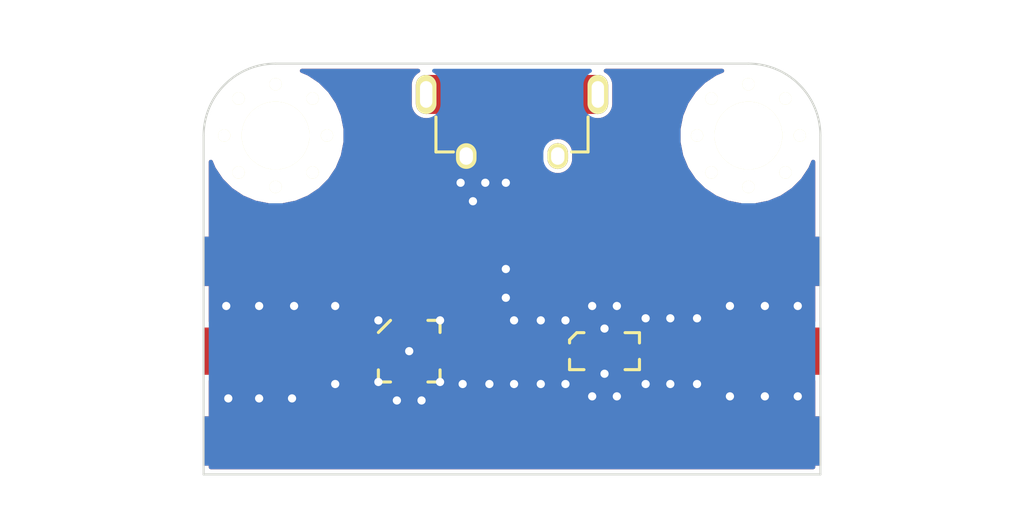
<source format=kicad_pcb>
(kicad_pcb (version 20171130) (host pcbnew 5.0.1-33cea8e~68~ubuntu16.04.1)

  (general
    (thickness 1.6)
    (drawings 6)
    (tracks 75)
    (zones 0)
    (modules 12)
    (nets 12)
  )

  (page A4)
  (layers
    (0 F.Cu signal)
    (31 B.Cu signal)
    (32 B.Adhes user)
    (33 F.Adhes user)
    (34 B.Paste user)
    (35 F.Paste user)
    (36 B.SilkS user)
    (37 F.SilkS user)
    (38 B.Mask user)
    (39 F.Mask user)
    (40 Dwgs.User user)
    (41 Cmts.User user)
    (42 Eco1.User user)
    (43 Eco2.User user)
    (44 Edge.Cuts user)
    (45 Margin user)
    (46 B.CrtYd user)
    (47 F.CrtYd user)
    (48 B.Fab user)
    (49 F.Fab user)
  )

  (setup
    (last_trace_width 0.25)
    (user_trace_width 0.25)
    (user_trace_width 0.3)
    (user_trace_width 0.35)
    (user_trace_width 0.4)
    (user_trace_width 0.5)
    (user_trace_width 0.6)
    (user_trace_width 0.8)
    (user_trace_width 1.421)
    (trace_clearance 0.15)
    (zone_clearance 0.2)
    (zone_45_only no)
    (trace_min 0.2)
    (segment_width 0.2)
    (edge_width 0.1)
    (via_size 0.8)
    (via_drill 0.4)
    (via_min_size 0.8)
    (via_min_drill 0.4)
    (user_via 0.8 0.4)
    (uvia_size 0.3)
    (uvia_drill 0.1)
    (uvias_allowed no)
    (uvia_min_size 0.2)
    (uvia_min_drill 0.1)
    (pcb_text_width 0.3)
    (pcb_text_size 1.5 1.5)
    (mod_edge_width 0.15)
    (mod_text_size 1 1)
    (mod_text_width 0.15)
    (pad_size 1.5 1.5)
    (pad_drill 0.6)
    (pad_to_mask_clearance 0)
    (aux_axis_origin 0 0)
    (visible_elements FFFFFF5F)
    (pcbplotparams
      (layerselection 0x010c0_ffffffff)
      (usegerberextensions false)
      (usegerberattributes false)
      (usegerberadvancedattributes false)
      (creategerberjobfile false)
      (excludeedgelayer true)
      (linewidth 0.100000)
      (plotframeref false)
      (viasonmask false)
      (mode 1)
      (useauxorigin false)
      (hpglpennumber 1)
      (hpglpenspeed 20)
      (hpglpendiameter 15.000000)
      (psnegative false)
      (psa4output false)
      (plotreference false)
      (plotvalue false)
      (plotinvisibletext false)
      (padsonsilk false)
      (subtractmaskfromsilk false)
      (outputformat 1)
      (mirror false)
      (drillshape 0)
      (scaleselection 1)
      (outputdirectory "gerbers/"))
  )

  (net 0 "")
  (net 1 GND)
  (net 2 5v)
  (net 3 "Net-(C3-Pad1)")
  (net 4 "Net-(C3-Pad2)")
  (net 5 "Net-(F1-Pad3)")
  (net 6 "Net-(IC1-Pad2)")
  (net 7 "Net-(IC1-Pad11)")
  (net 8 "Net-(IC1-Pad12)")
  (net 9 "Net-(J1-Pad3)")
  (net 10 "Net-(J1-Pad4)")
  (net 11 "Net-(J1-Pad2)")

  (net_class Default "This is the default net class."
    (clearance 0.15)
    (trace_width 0.2)
    (via_dia 0.8)
    (via_drill 0.4)
    (uvia_dia 0.3)
    (uvia_drill 0.1)
    (add_net 5v)
    (add_net GND)
    (add_net "Net-(C3-Pad1)")
    (add_net "Net-(C3-Pad2)")
    (add_net "Net-(F1-Pad3)")
    (add_net "Net-(IC1-Pad11)")
    (add_net "Net-(IC1-Pad12)")
    (add_net "Net-(IC1-Pad2)")
    (add_net "Net-(J1-Pad2)")
    (add_net "Net-(J1-Pad3)")
    (add_net "Net-(J1-Pad4)")
  )

  (module agg:0402 (layer F.Cu) (tedit 57654490) (tstamp 5BE08A3C)
    (at 63.24 71.44)
    (path /5BD3AEE1)
    (fp_text reference C1 (at -1.71 0 90) (layer F.Fab)
      (effects (font (size 1 1) (thickness 0.15)))
    )
    (fp_text value 10p (at 1.71 0 90) (layer F.Fab)
      (effects (font (size 1 1) (thickness 0.15)))
    )
    (fp_line (start -1.05 0.6) (end -1.05 -0.6) (layer F.CrtYd) (width 0.01))
    (fp_line (start 1.05 0.6) (end -1.05 0.6) (layer F.CrtYd) (width 0.01))
    (fp_line (start 1.05 -0.6) (end 1.05 0.6) (layer F.CrtYd) (width 0.01))
    (fp_line (start -1.05 -0.6) (end 1.05 -0.6) (layer F.CrtYd) (width 0.01))
    (fp_line (start 0.2 -0.25) (end 0.2 0.25) (layer F.Fab) (width 0.01))
    (fp_line (start -0.2 -0.25) (end -0.2 0.25) (layer F.Fab) (width 0.01))
    (fp_line (start -0.5 0.25) (end -0.5 -0.25) (layer F.Fab) (width 0.01))
    (fp_line (start 0.5 0.25) (end -0.5 0.25) (layer F.Fab) (width 0.01))
    (fp_line (start 0.5 -0.25) (end 0.5 0.25) (layer F.Fab) (width 0.01))
    (fp_line (start -0.5 -0.25) (end 0.5 -0.25) (layer F.Fab) (width 0.01))
    (pad 2 smd rect (at 0.45 0) (size 0.62 0.62) (layers F.Cu F.Paste F.Mask)
      (net 1 GND))
    (pad 1 smd rect (at -0.45 0) (size 0.62 0.62) (layers F.Cu F.Paste F.Mask)
      (net 2 5v))
    (model ${KISYS3DMOD}/Resistors_SMD.3dshapes/R_0402.wrl
      (at (xyz 0 0 0))
      (scale (xyz 1 1 1))
      (rotate (xyz 0 0 0))
    )
  )

  (module agg:0402 (layer F.Cu) (tedit 57654490) (tstamp 5BE08A4C)
    (at 63.24 70.03)
    (path /5BD3AE1F)
    (fp_text reference C2 (at -1.71 0 90) (layer F.Fab)
      (effects (font (size 1 1) (thickness 0.15)))
    )
    (fp_text value 0.01u (at 1.71 0 90) (layer F.Fab)
      (effects (font (size 1 1) (thickness 0.15)))
    )
    (fp_line (start -0.5 -0.25) (end 0.5 -0.25) (layer F.Fab) (width 0.01))
    (fp_line (start 0.5 -0.25) (end 0.5 0.25) (layer F.Fab) (width 0.01))
    (fp_line (start 0.5 0.25) (end -0.5 0.25) (layer F.Fab) (width 0.01))
    (fp_line (start -0.5 0.25) (end -0.5 -0.25) (layer F.Fab) (width 0.01))
    (fp_line (start -0.2 -0.25) (end -0.2 0.25) (layer F.Fab) (width 0.01))
    (fp_line (start 0.2 -0.25) (end 0.2 0.25) (layer F.Fab) (width 0.01))
    (fp_line (start -1.05 -0.6) (end 1.05 -0.6) (layer F.CrtYd) (width 0.01))
    (fp_line (start 1.05 -0.6) (end 1.05 0.6) (layer F.CrtYd) (width 0.01))
    (fp_line (start 1.05 0.6) (end -1.05 0.6) (layer F.CrtYd) (width 0.01))
    (fp_line (start -1.05 0.6) (end -1.05 -0.6) (layer F.CrtYd) (width 0.01))
    (pad 1 smd rect (at -0.45 0) (size 0.62 0.62) (layers F.Cu F.Paste F.Mask)
      (net 2 5v))
    (pad 2 smd rect (at 0.45 0) (size 0.62 0.62) (layers F.Cu F.Paste F.Mask)
      (net 1 GND))
    (model ${KISYS3DMOD}/Resistors_SMD.3dshapes/R_0402.wrl
      (at (xyz 0 0 0))
      (scale (xyz 1 1 1))
      (rotate (xyz 0 0 0))
    )
  )

  (module agg:0402 (layer F.Cu) (tedit 57654490) (tstamp 5BE08A5C)
    (at 65.9 74)
    (path /5BD3F49E)
    (fp_text reference C3 (at -1.71 0 90) (layer F.Fab)
      (effects (font (size 1 1) (thickness 0.15)))
    )
    (fp_text value 100p (at 1.71 0 90) (layer F.Fab)
      (effects (font (size 1 1) (thickness 0.15)))
    )
    (fp_line (start -0.5 -0.25) (end 0.5 -0.25) (layer F.Fab) (width 0.01))
    (fp_line (start 0.5 -0.25) (end 0.5 0.25) (layer F.Fab) (width 0.01))
    (fp_line (start 0.5 0.25) (end -0.5 0.25) (layer F.Fab) (width 0.01))
    (fp_line (start -0.5 0.25) (end -0.5 -0.25) (layer F.Fab) (width 0.01))
    (fp_line (start -0.2 -0.25) (end -0.2 0.25) (layer F.Fab) (width 0.01))
    (fp_line (start 0.2 -0.25) (end 0.2 0.25) (layer F.Fab) (width 0.01))
    (fp_line (start -1.05 -0.6) (end 1.05 -0.6) (layer F.CrtYd) (width 0.01))
    (fp_line (start 1.05 -0.6) (end 1.05 0.6) (layer F.CrtYd) (width 0.01))
    (fp_line (start 1.05 0.6) (end -1.05 0.6) (layer F.CrtYd) (width 0.01))
    (fp_line (start -1.05 0.6) (end -1.05 -0.6) (layer F.CrtYd) (width 0.01))
    (pad 1 smd rect (at -0.45 0) (size 0.62 0.62) (layers F.Cu F.Paste F.Mask)
      (net 3 "Net-(C3-Pad1)"))
    (pad 2 smd rect (at 0.45 0) (size 0.62 0.62) (layers F.Cu F.Paste F.Mask)
      (net 4 "Net-(C3-Pad2)"))
    (model ${KISYS3DMOD}/Resistors_SMD.3dshapes/R_0402.wrl
      (at (xyz 0 0 0))
      (scale (xyz 1 1 1))
      (rotate (xyz 0 0 0))
    )
  )

  (module agg:FV1206-4 (layer F.Cu) (tedit 5BDF77E5) (tstamp 5BE08A77)
    (at 69.5 74)
    (path /5BD42A84)
    (fp_text reference F1 (at 0 -2.7) (layer F.Fab)
      (effects (font (size 1 1) (thickness 0.15)))
    )
    (fp_text value BFCN-2450+ (at 0 2.9) (layer F.Fab)
      (effects (font (size 1 1) (thickness 0.15)))
    )
    (fp_line (start -1.7 -0.55) (end -1.7 -0.4) (layer F.SilkS) (width 0.15))
    (fp_line (start -1.35 -0.9) (end -1 -0.9) (layer F.SilkS) (width 0.15))
    (fp_line (start -1.7 -0.55) (end -1.35 -0.9) (layer F.SilkS) (width 0.15))
    (fp_circle (center -1.4 -0.6) (end -1.3 -0.6) (layer F.Fab) (width 0.01))
    (fp_line (start -1.6 -0.8) (end 1.6 -0.8) (layer F.Fab) (width 0.01))
    (fp_line (start -1.6 0.8) (end -1.6 -0.8) (layer F.Fab) (width 0.01))
    (fp_line (start 1.6 0.8) (end -1.6 0.8) (layer F.Fab) (width 0.01))
    (fp_line (start 1.6 -0.8) (end 1.6 0.8) (layer F.Fab) (width 0.01))
    (fp_line (start -2.55 1.75) (end 0 1.75) (layer F.CrtYd) (width 0.01))
    (fp_line (start -2.55 -1.75) (end -2.55 1.75) (layer F.CrtYd) (width 0.01))
    (fp_line (start 2.55 -1.75) (end -2.55 -1.75) (layer F.CrtYd) (width 0.01))
    (fp_line (start 2.55 1.75) (end 2.55 -1.75) (layer F.CrtYd) (width 0.01))
    (fp_line (start 0 1.75) (end 2.55 1.75) (layer F.CrtYd) (width 0.01))
    (fp_line (start 1.7 0.9) (end 1.7 0.4) (layer F.SilkS) (width 0.15))
    (fp_line (start 1.7 -0.9) (end 1.7 -0.4) (layer F.SilkS) (width 0.15))
    (fp_line (start 1 -0.9) (end 1.7 -0.9) (layer F.SilkS) (width 0.15))
    (fp_line (start -1.7 0.9) (end -1.7 0.4) (layer F.SilkS) (width 0.15))
    (fp_line (start -1 0.9) (end -1.7 0.9) (layer F.SilkS) (width 0.15))
    (fp_line (start 1.7 0.9) (end 1 0.9) (layer F.SilkS) (width 0.15))
    (pad 4 smd rect (at 0 -1.01) (size 1.75 0.99) (layers F.Cu F.Paste F.Mask)
      (net 1 GND))
    (pad 3 smd rect (at 1.81 0) (size 0.99 0.61) (layers F.Cu F.Paste F.Mask)
      (net 5 "Net-(F1-Pad3)"))
    (pad 2 smd rect (at 0 1.01) (size 1.75 0.99) (layers F.Cu F.Paste F.Mask)
      (net 1 GND))
    (pad 1 smd rect (at -1.81 0) (size 0.99 0.61) (layers F.Cu F.Paste F.Mask)
      (net 4 "Net-(C3-Pad2)"))
  )

  (module agg:DQ1225 (layer F.Cu) (tedit 5BDF7ECE) (tstamp 5BE0A391)
    (at 60 74)
    (path /5BE0473B)
    (fp_text reference IC1 (at 0 -2.56) (layer F.Fab)
      (effects (font (size 1 1) (thickness 0.15)))
    )
    (fp_text value PMA3-83LN+ (at 0 2.56) (layer F.Fab)
      (effects (font (size 1 1) (thickness 0.15)))
    )
    (fp_line (start -1.5 -1.5) (end 1.5 -1.5) (layer F.Fab) (width 0.01))
    (fp_line (start 1.5 -1.5) (end 1.5 1.5) (layer F.Fab) (width 0.01))
    (fp_line (start 1.5 1.5) (end -1.5 1.5) (layer F.Fab) (width 0.01))
    (fp_line (start -1.5 1.5) (end -1.5 -1.5) (layer F.Fab) (width 0.01))
    (fp_circle (center -0.7 -0.7) (end -0.7 -0.3) (layer F.Fab) (width 0.01))
    (fp_line (start -1.09 -0.625) (end -1.5 -0.625) (layer F.Fab) (width 0.01))
    (fp_line (start -1.5 -0.395) (end -1.09 -0.395) (layer F.Fab) (width 0.01))
    (fp_line (start -1.09 -0.395) (end -1.09 -0.625) (layer F.Fab) (width 0.01))
    (fp_line (start -1.09 -0.115) (end -1.5 -0.115) (layer F.Fab) (width 0.01))
    (fp_line (start -1.5 0.115) (end -1.09 0.115) (layer F.Fab) (width 0.01))
    (fp_line (start -1.09 0.115) (end -1.09 -0.115) (layer F.Fab) (width 0.01))
    (fp_line (start -1.09 0.395) (end -1.5 0.395) (layer F.Fab) (width 0.01))
    (fp_line (start -1.5 0.625) (end -1.09 0.625) (layer F.Fab) (width 0.01))
    (fp_line (start -1.09 0.625) (end -1.09 0.395) (layer F.Fab) (width 0.01))
    (fp_line (start 1.5 0.395) (end 1.09 0.395) (layer F.Fab) (width 0.01))
    (fp_line (start 1.09 0.395) (end 1.09 0.625) (layer F.Fab) (width 0.01))
    (fp_line (start 1.09 0.625) (end 1.5 0.625) (layer F.Fab) (width 0.01))
    (fp_line (start 1.5 -0.115) (end 1.09 -0.115) (layer F.Fab) (width 0.01))
    (fp_line (start 1.09 -0.115) (end 1.09 0.115) (layer F.Fab) (width 0.01))
    (fp_line (start 1.09 0.115) (end 1.5 0.115) (layer F.Fab) (width 0.01))
    (fp_line (start 1.5 -0.625) (end 1.09 -0.625) (layer F.Fab) (width 0.01))
    (fp_line (start 1.09 -0.625) (end 1.09 -0.395) (layer F.Fab) (width 0.01))
    (fp_line (start 1.09 -0.395) (end 1.5 -0.395) (layer F.Fab) (width 0.01))
    (fp_line (start 0.395 -1.09) (end 0.625 -1.09) (layer F.Fab) (width 0.01))
    (fp_line (start 0.625 -1.09) (end 0.625 -1.5) (layer F.Fab) (width 0.01))
    (fp_line (start 0.395 -1.5) (end 0.395 -1.09) (layer F.Fab) (width 0.01))
    (fp_line (start -0.115 -1.09) (end 0.115 -1.09) (layer F.Fab) (width 0.01))
    (fp_line (start 0.115 -1.09) (end 0.115 -1.5) (layer F.Fab) (width 0.01))
    (fp_line (start -0.115 -1.5) (end -0.115 -1.09) (layer F.Fab) (width 0.01))
    (fp_line (start -0.625 -1.09) (end -0.395 -1.09) (layer F.Fab) (width 0.01))
    (fp_line (start -0.395 -1.09) (end -0.395 -1.5) (layer F.Fab) (width 0.01))
    (fp_line (start -0.625 -1.5) (end -0.625 -1.09) (layer F.Fab) (width 0.01))
    (fp_line (start -0.395 1.5) (end -0.395 1.09) (layer F.Fab) (width 0.01))
    (fp_line (start -0.395 1.09) (end -0.625 1.09) (layer F.Fab) (width 0.01))
    (fp_line (start -0.625 1.09) (end -0.625 1.5) (layer F.Fab) (width 0.01))
    (fp_line (start 0.115 1.5) (end 0.115 1.09) (layer F.Fab) (width 0.01))
    (fp_line (start 0.115 1.09) (end -0.115 1.09) (layer F.Fab) (width 0.01))
    (fp_line (start -0.115 1.09) (end -0.115 1.5) (layer F.Fab) (width 0.01))
    (fp_line (start 0.625 1.5) (end 0.625 1.09) (layer F.Fab) (width 0.01))
    (fp_line (start 0.625 1.09) (end 0.395 1.09) (layer F.Fab) (width 0.01))
    (fp_line (start 0.395 1.09) (end 0.395 1.5) (layer F.Fab) (width 0.01))
    (fp_line (start -1.5 -0.91) (end -0.91 -1.5) (layer F.SilkS) (width 0.15))
    (fp_line (start 0.91 -1.5) (end 1.5 -1.5) (layer F.SilkS) (width 0.15))
    (fp_line (start 1.5 -1.5) (end 1.5 -0.91) (layer F.SilkS) (width 0.15))
    (fp_line (start 0.91 1.5) (end 1.5 1.5) (layer F.SilkS) (width 0.15))
    (fp_line (start 1.5 1.5) (end 1.5 0.91) (layer F.SilkS) (width 0.15))
    (fp_line (start -0.91 1.5) (end -1.5 1.5) (layer F.SilkS) (width 0.15))
    (fp_line (start -1.5 1.5) (end -1.5 0.91) (layer F.SilkS) (width 0.15))
    (fp_line (start -1.9 -1.9) (end 1.9 -1.9) (layer F.CrtYd) (width 0.01))
    (fp_line (start 1.9 -1.9) (end 1.9 1.9) (layer F.CrtYd) (width 0.01))
    (fp_line (start 1.9 1.9) (end -1.9 1.9) (layer F.CrtYd) (width 0.01))
    (fp_line (start -1.9 1.9) (end -1.9 -1.9) (layer F.CrtYd) (width 0.01))
    (pad 1 smd rect (at -1.355 -0.51) (size 0.51 0.25) (layers F.Cu F.Paste F.Mask)
      (net 1 GND))
    (pad 2 smd rect (at -1.355 0) (size 0.51 0.25) (layers F.Cu F.Paste F.Mask)
      (net 6 "Net-(IC1-Pad2)"))
    (pad 3 smd rect (at -1.355 0.51) (size 0.51 0.25) (layers F.Cu F.Paste F.Mask)
      (net 1 GND))
    (pad 4 smd rect (at -0.51 1.355) (size 0.25 0.51) (layers F.Cu F.Paste F.Mask)
      (net 1 GND))
    (pad 5 smd rect (at 0 1.355) (size 0.25 0.51) (layers F.Cu F.Paste F.Mask)
      (net 1 GND))
    (pad 6 smd rect (at 0.51 1.355) (size 0.25 0.51) (layers F.Cu F.Paste F.Mask)
      (net 1 GND))
    (pad 7 smd rect (at 1.355 0.51) (size 0.51 0.25) (layers F.Cu F.Paste F.Mask)
      (net 1 GND))
    (pad 8 smd rect (at 1.355 0) (size 0.51 0.25) (layers F.Cu F.Paste F.Mask)
      (net 3 "Net-(C3-Pad1)"))
    (pad 9 smd rect (at 1.355 -0.51) (size 0.51 0.25) (layers F.Cu F.Paste F.Mask)
      (net 1 GND))
    (pad 10 smd rect (at 0.51 -1.355) (size 0.25 0.51) (layers F.Cu F.Paste F.Mask)
      (net 1 GND))
    (pad 11 smd rect (at 0 -1.355) (size 0.25 0.51) (layers F.Cu F.Paste F.Mask)
      (net 7 "Net-(IC1-Pad11)"))
    (pad 12 smd rect (at -0.51 -1.355) (size 0.25 0.51) (layers F.Cu F.Paste F.Mask)
      (net 8 "Net-(IC1-Pad12)"))
    (pad EP smd rect (at 0 0) (size 1.25 1.25) (layers F.Cu F.Paste F.Mask)
      (net 1 GND) (solder_mask_margin 0.001) (solder_paste_margin 0.001))
  )

  (module agg:MICROUSB_MOLEX_47589-0001 (layer F.Cu) (tedit 5688C817) (tstamp 5BE08AFF)
    (at 65 61.5 180)
    (path /5BD36BDA)
    (fp_text reference J1 (at 0 -4.75 180) (layer F.Fab)
      (effects (font (size 1 1) (thickness 0.15)))
    )
    (fp_text value MICROUSB (at 0 3.75 180) (layer F.Fab)
      (effects (font (size 1 1) (thickness 0.15)))
    )
    (fp_line (start 5 3) (end -5 3) (layer F.CrtYd) (width 0.01))
    (fp_line (start 5 -4) (end 5 3) (layer F.CrtYd) (width 0.01))
    (fp_line (start -5 -4) (end 5 -4) (layer F.CrtYd) (width 0.01))
    (fp_line (start -5 3) (end -5 -4) (layer F.CrtYd) (width 0.01))
    (fp_line (start -3.7 -2.8) (end -3.7 -1.1) (layer F.SilkS) (width 0.15))
    (fp_line (start -2.9 -2.8) (end -3.7 -2.8) (layer F.SilkS) (width 0.15))
    (fp_line (start 3.7 -2.8) (end 2.85 -2.8) (layer F.SilkS) (width 0.15))
    (fp_line (start 3.7 -1.1) (end 3.7 -2.8) (layer F.SilkS) (width 0.15))
    (fp_line (start -1.17 -2.2) (end -1.17 -2.85) (layer F.Fab) (width 0.01))
    (fp_line (start -1.43 -2.2) (end -1.17 -2.2) (layer F.Fab) (width 0.01))
    (fp_line (start -1.43 -2.85) (end -1.43 -2.2) (layer F.Fab) (width 0.01))
    (fp_line (start -0.52 -2.2) (end -0.52 -2.85) (layer F.Fab) (width 0.01))
    (fp_line (start -0.78 -2.2) (end -0.52 -2.2) (layer F.Fab) (width 0.01))
    (fp_line (start -0.78 -2.85) (end -0.78 -2.2) (layer F.Fab) (width 0.01))
    (fp_line (start 1.43 -2.2) (end 1.43 -2.85) (layer F.Fab) (width 0.01))
    (fp_line (start 1.17 -2.2) (end 1.43 -2.2) (layer F.Fab) (width 0.01))
    (fp_line (start 1.17 -2.85) (end 1.17 -2.2) (layer F.Fab) (width 0.01))
    (fp_line (start 0.78 -2.2) (end 0.78 -2.85) (layer F.Fab) (width 0.01))
    (fp_line (start 0.52 -2.2) (end 0.78 -2.2) (layer F.Fab) (width 0.01))
    (fp_line (start 0.52 -2.85) (end 0.52 -2.2) (layer F.Fab) (width 0.01))
    (fp_line (start -0.13 -2.2) (end -0.13 -2.85) (layer F.Fab) (width 0.01))
    (fp_line (start 0.13 -2.2) (end -0.13 -2.2) (layer F.Fab) (width 0.01))
    (fp_line (start 0.13 -2.85) (end 0.13 -2.2) (layer F.Fab) (width 0.01))
    (fp_line (start -2.45 -3.15) (end -2.45 -2.85) (layer F.Fab) (width 0.01))
    (fp_line (start -2 -3.15) (end -2.45 -3.15) (layer F.Fab) (width 0.01))
    (fp_line (start -2 -2.85) (end -2 -3.15) (layer F.Fab) (width 0.01))
    (fp_line (start 2.45 -3.15) (end 2.45 -2.85) (layer F.Fab) (width 0.01))
    (fp_line (start 2 -3.15) (end 2.45 -3.15) (layer F.Fab) (width 0.01))
    (fp_line (start 2 -2.85) (end 2 -3.15) (layer F.Fab) (width 0.01))
    (fp_line (start -4.03 -0.45) (end -4.03 0.45) (layer F.Fab) (width 0.01))
    (fp_line (start 4.03 0.45) (end 4.03 0.45) (layer F.Fab) (width 0.01))
    (fp_line (start 4.03 -0.45) (end 4.03 0.45) (layer F.Fab) (width 0.01))
    (fp_line (start 4.33 -0.45) (end 3.75 -0.45) (layer F.Fab) (width 0.01))
    (fp_line (start 4.33 0.45) (end 4.33 -0.45) (layer F.Fab) (width 0.01))
    (fp_line (start 3.75 0.45) (end 4.33 0.45) (layer F.Fab) (width 0.01))
    (fp_line (start 3.75 -2.85) (end 3.75 2.75) (layer F.Fab) (width 0.01))
    (fp_line (start -3.75 -2.85) (end 3.75 -2.85) (layer F.Fab) (width 0.01))
    (fp_line (start -3.75 2.75) (end -3.75 -2.85) (layer F.Fab) (width 0.01))
    (fp_line (start -3.95 2.75) (end -3.75 2.15) (layer F.Fab) (width 0.01))
    (fp_line (start -4.1 2.75) (end -3.95 2.75) (layer F.Fab) (width 0.01))
    (fp_line (start 3.95 2.75) (end 3.75 2.15) (layer F.Fab) (width 0.01))
    (fp_line (start 4.1 2.75) (end 3.95 2.75) (layer F.Fab) (width 0.01))
    (fp_line (start 3.9 2.15) (end -3.9 2.15) (layer F.Fab) (width 0.01))
    (fp_line (start 4.1 2.75) (end 3.9 2.15) (layer F.Fab) (width 0.01))
    (fp_line (start -4.675 1.45) (end 4.675 1.45) (layer F.Fab) (width 0.01))
    (fp_line (start -3.75 2.75) (end 3.75 2.75) (layer F.Fab) (width 0.01))
    (fp_line (start -4.1 2.75) (end -3.9 2.15) (layer F.Fab) (width 0.01))
    (fp_line (start -4.33 -0.45) (end -3.75 -0.45) (layer F.Fab) (width 0.01))
    (fp_line (start -4.33 0.45) (end -4.33 -0.45) (layer F.Fab) (width 0.01))
    (fp_line (start -3.75 0.45) (end -4.33 0.45) (layer F.Fab) (width 0.01))
    (pad 3 smd rect (at 0 -2.675 180) (size 0.4 1.35) (layers F.Cu F.Paste F.Mask)
      (net 9 "Net-(J1-Pad3)"))
    (pad 4 smd rect (at 0.65 -2.675 180) (size 0.4 1.35) (layers F.Cu F.Paste F.Mask)
      (net 10 "Net-(J1-Pad4)"))
    (pad 2 smd rect (at -0.65 -2.675 180) (size 0.4 1.35) (layers F.Cu F.Paste F.Mask)
      (net 11 "Net-(J1-Pad2)"))
    (pad 1 smd rect (at -1.3 -2.675 180) (size 0.4 1.35) (layers F.Cu F.Paste F.Mask)
      (net 2 5v))
    (pad 5 smd rect (at 1.3 -2.675 180) (size 0.4 1.35) (layers F.Cu F.Paste F.Mask)
      (net 1 GND))
    (pad S thru_hole oval (at 2.225 -3 180) (size 1 1.25) (drill oval 0.65 0.85) (layers *.Cu *.Mask F.SilkS)
      (net 1 GND))
    (pad "" thru_hole oval (at -2.225 -3 180) (size 1 1.25) (drill oval 0.65 0.85) (layers *.Cu *.Mask F.SilkS))
    (pad "" smd rect (at 1.15 0 180) (size 1.8 1.9) (layers F.Cu F.Paste F.Mask)
      (solder_paste_margin -0.25))
    (pad "" smd rect (at -1.15 0 180) (size 1.8 1.9) (layers F.Cu F.Paste F.Mask)
      (solder_paste_margin -0.25))
    (pad "" smd rect (at 3.3875 0 180) (size 1.575 1.9) (layers F.Cu F.Paste F.Mask)
      (solder_paste_margin -0.3))
    (pad "" thru_hole oval (at 4.175 0 180) (size 1 1.9) (drill oval 0.6 1.3) (layers *.Cu *.Mask F.SilkS))
    (pad "" smd rect (at -3.3875 0 180) (size 1.575 1.9) (layers F.Cu F.Paste F.Mask)
      (solder_paste_margin -0.3))
    (pad "" thru_hole oval (at -4.175 0 180) (size 1 1.9) (drill oval 0.6 1.3) (layers *.Cu *.Mask F.SilkS))
  )

  (module agg:0402 (layer F.Cu) (tedit 57654490) (tstamp 5BE08B0F)
    (at 56.49 73.15 90)
    (path /5BD384FB)
    (fp_text reference L1 (at -1.71 0 180) (layer F.Fab)
      (effects (font (size 1 1) (thickness 0.15)))
    )
    (fp_text value 18n (at 1.71 0 180) (layer F.Fab)
      (effects (font (size 1 1) (thickness 0.15)))
    )
    (fp_line (start -0.5 -0.25) (end 0.5 -0.25) (layer F.Fab) (width 0.01))
    (fp_line (start 0.5 -0.25) (end 0.5 0.25) (layer F.Fab) (width 0.01))
    (fp_line (start 0.5 0.25) (end -0.5 0.25) (layer F.Fab) (width 0.01))
    (fp_line (start -0.5 0.25) (end -0.5 -0.25) (layer F.Fab) (width 0.01))
    (fp_line (start -0.2 -0.25) (end -0.2 0.25) (layer F.Fab) (width 0.01))
    (fp_line (start 0.2 -0.25) (end 0.2 0.25) (layer F.Fab) (width 0.01))
    (fp_line (start -1.05 -0.6) (end 1.05 -0.6) (layer F.CrtYd) (width 0.01))
    (fp_line (start 1.05 -0.6) (end 1.05 0.6) (layer F.CrtYd) (width 0.01))
    (fp_line (start 1.05 0.6) (end -1.05 0.6) (layer F.CrtYd) (width 0.01))
    (fp_line (start -1.05 0.6) (end -1.05 -0.6) (layer F.CrtYd) (width 0.01))
    (pad 1 smd rect (at -0.45 0 90) (size 0.62 0.62) (layers F.Cu F.Paste F.Mask)
      (net 6 "Net-(IC1-Pad2)"))
    (pad 2 smd rect (at 0.45 0 90) (size 0.62 0.62) (layers F.Cu F.Paste F.Mask)
      (net 1 GND))
    (model ${KISYS3DMOD}/Resistors_SMD.3dshapes/R_0402.wrl
      (at (xyz 0 0 0))
      (scale (xyz 1 1 1))
      (rotate (xyz 0 0 0))
    )
  )

  (module agg:0402 (layer F.Cu) (tedit 57654490) (tstamp 5BE08B1F)
    (at 62.79 73.15 270)
    (path /5BD3A1E3)
    (fp_text reference L2 (at -1.71 0) (layer F.Fab)
      (effects (font (size 1 1) (thickness 0.15)))
    )
    (fp_text value 39n (at 1.71 0) (layer F.Fab)
      (effects (font (size 1 1) (thickness 0.15)))
    )
    (fp_line (start -1.05 0.6) (end -1.05 -0.6) (layer F.CrtYd) (width 0.01))
    (fp_line (start 1.05 0.6) (end -1.05 0.6) (layer F.CrtYd) (width 0.01))
    (fp_line (start 1.05 -0.6) (end 1.05 0.6) (layer F.CrtYd) (width 0.01))
    (fp_line (start -1.05 -0.6) (end 1.05 -0.6) (layer F.CrtYd) (width 0.01))
    (fp_line (start 0.2 -0.25) (end 0.2 0.25) (layer F.Fab) (width 0.01))
    (fp_line (start -0.2 -0.25) (end -0.2 0.25) (layer F.Fab) (width 0.01))
    (fp_line (start -0.5 0.25) (end -0.5 -0.25) (layer F.Fab) (width 0.01))
    (fp_line (start 0.5 0.25) (end -0.5 0.25) (layer F.Fab) (width 0.01))
    (fp_line (start 0.5 -0.25) (end 0.5 0.25) (layer F.Fab) (width 0.01))
    (fp_line (start -0.5 -0.25) (end 0.5 -0.25) (layer F.Fab) (width 0.01))
    (pad 2 smd rect (at 0.45 0 270) (size 0.62 0.62) (layers F.Cu F.Paste F.Mask)
      (net 3 "Net-(C3-Pad1)"))
    (pad 1 smd rect (at -0.45 0 270) (size 0.62 0.62) (layers F.Cu F.Paste F.Mask)
      (net 2 5v))
    (model ${KISYS3DMOD}/Resistors_SMD.3dshapes/R_0402.wrl
      (at (xyz 0 0 0))
      (scale (xyz 1 1 1))
      (rotate (xyz 0 0 0))
    )
  )

  (module agg:SMA-EDGE (layer F.Cu) (tedit 574B60F3) (tstamp 5BE08B43)
    (at 52.5 74 90)
    (path /5BD37A29)
    (fp_text reference P1 (at -6.5 0 180) (layer F.Fab)
      (effects (font (size 1 1) (thickness 0.15)))
    )
    (fp_text value "RF IN" (at 6.65 0 180) (layer F.Fab)
      (effects (font (size 1 1) (thickness 0.15)))
    )
    (fp_line (start -5.85 -12.4) (end -5.85 2.75) (layer F.CrtYd) (width 0.01))
    (fp_line (start 5.85 -12.4) (end -5.85 -12.4) (layer F.CrtYd) (width 0.01))
    (fp_line (start 5.85 2.75) (end 5.85 -12.4) (layer F.CrtYd) (width 0.01))
    (fp_line (start -5.85 2.75) (end 5.85 2.75) (layer F.CrtYd) (width 0.01))
    (fp_line (start 3.25 -7.5) (end -3.25 -7) (layer F.Fab) (width 0.01))
    (fp_line (start 3.25 -8.5) (end -3.25 -8) (layer F.Fab) (width 0.01))
    (fp_line (start 3.25 -9.5) (end -3.25 -9) (layer F.Fab) (width 0.01))
    (fp_line (start 3.25 -10.5) (end -3.25 -10) (layer F.Fab) (width 0.01))
    (fp_line (start 3.25 -6.15) (end -3.25 -6.15) (layer F.Fab) (width 0.01))
    (fp_line (start 3.25 -12.15) (end 3.25 -6.15) (layer F.Fab) (width 0.01))
    (fp_line (start -3.25 -12.15) (end 3.25 -12.15) (layer F.Fab) (width 0.01))
    (fp_line (start -3.25 -6.15) (end -3.25 -12.15) (layer F.Fab) (width 0.01))
    (fp_line (start 2.5 -6.15) (end 2.5 -4.15) (layer F.Fab) (width 0.01))
    (fp_line (start -2.5 -4.15) (end -2.5 -6.15) (layer F.Fab) (width 0.01))
    (fp_line (start 3.75 2.25) (end 3.75 -2.5) (layer F.Fab) (width 0.01))
    (fp_line (start 4.75 2.25) (end 3.75 2.25) (layer F.Fab) (width 0.01))
    (fp_line (start 4.75 -2.5) (end 4.75 2.25) (layer F.Fab) (width 0.01))
    (fp_line (start -3.75 2.25) (end -3.75 -2.5) (layer F.Fab) (width 0.01))
    (fp_line (start -4.75 2.25) (end -3.75 2.25) (layer F.Fab) (width 0.01))
    (fp_line (start -4.75 -2.5) (end -4.75 2.25) (layer F.Fab) (width 0.01))
    (fp_line (start 0.4 2.25) (end 0.4 -2.5) (layer F.Fab) (width 0.01))
    (fp_line (start -0.4 2.25) (end 0.4 2.25) (layer F.Fab) (width 0.01))
    (fp_line (start -0.4 -2.5) (end -0.4 2.25) (layer F.Fab) (width 0.01))
    (fp_line (start 4.75 -4.15) (end 4.75 -2.5) (layer F.Fab) (width 0.01))
    (fp_line (start -4.75 -4.15) (end 4.75 -4.15) (layer F.Fab) (width 0.01))
    (fp_line (start -4.75 -2.5) (end -4.75 -4.15) (layer F.Fab) (width 0.01))
    (fp_line (start -4.75 -2.5) (end 4.75 -2.5) (layer F.Fab) (width 0.01))
    (pad 1 smd rect (at 0 0 90) (size 2.3 5) (layers F.Cu F.Paste F.Mask)
      (net 6 "Net-(IC1-Pad2)") (zone_connect 2))
    (pad 2 smd rect (at 4.375 0 90) (size 2.4 5) (layers B.Cu B.Paste B.Mask)
      (net 1 GND) (zone_connect 2))
    (pad 2 smd rect (at -4.375 0 90) (size 2.4 5) (layers B.Cu B.Paste B.Mask)
      (net 1 GND) (zone_connect 2))
    (pad 2 smd rect (at -4.375 0 90) (size 2.4 5) (layers F.Cu F.Paste F.Mask)
      (net 1 GND) (zone_connect 2))
    (pad 2 smd rect (at 4.375 0 90) (size 2.4 5) (layers F.Cu F.Paste F.Mask)
      (net 1 GND) (zone_connect 2))
  )

  (module agg:SMA-EDGE (layer F.Cu) (tedit 574B60F3) (tstamp 5BE08B67)
    (at 77.5 74 270)
    (path /5BD4496F)
    (fp_text reference P2 (at -6.5 0) (layer F.Fab)
      (effects (font (size 1 1) (thickness 0.15)))
    )
    (fp_text value "RF OUT" (at 6.65 0) (layer F.Fab)
      (effects (font (size 1 1) (thickness 0.15)))
    )
    (fp_line (start -4.75 -2.5) (end 4.75 -2.5) (layer F.Fab) (width 0.01))
    (fp_line (start -4.75 -2.5) (end -4.75 -4.15) (layer F.Fab) (width 0.01))
    (fp_line (start -4.75 -4.15) (end 4.75 -4.15) (layer F.Fab) (width 0.01))
    (fp_line (start 4.75 -4.15) (end 4.75 -2.5) (layer F.Fab) (width 0.01))
    (fp_line (start -0.4 -2.5) (end -0.4 2.25) (layer F.Fab) (width 0.01))
    (fp_line (start -0.4 2.25) (end 0.4 2.25) (layer F.Fab) (width 0.01))
    (fp_line (start 0.4 2.25) (end 0.4 -2.5) (layer F.Fab) (width 0.01))
    (fp_line (start -4.75 -2.5) (end -4.75 2.25) (layer F.Fab) (width 0.01))
    (fp_line (start -4.75 2.25) (end -3.75 2.25) (layer F.Fab) (width 0.01))
    (fp_line (start -3.75 2.25) (end -3.75 -2.5) (layer F.Fab) (width 0.01))
    (fp_line (start 4.75 -2.5) (end 4.75 2.25) (layer F.Fab) (width 0.01))
    (fp_line (start 4.75 2.25) (end 3.75 2.25) (layer F.Fab) (width 0.01))
    (fp_line (start 3.75 2.25) (end 3.75 -2.5) (layer F.Fab) (width 0.01))
    (fp_line (start -2.5 -4.15) (end -2.5 -6.15) (layer F.Fab) (width 0.01))
    (fp_line (start 2.5 -6.15) (end 2.5 -4.15) (layer F.Fab) (width 0.01))
    (fp_line (start -3.25 -6.15) (end -3.25 -12.15) (layer F.Fab) (width 0.01))
    (fp_line (start -3.25 -12.15) (end 3.25 -12.15) (layer F.Fab) (width 0.01))
    (fp_line (start 3.25 -12.15) (end 3.25 -6.15) (layer F.Fab) (width 0.01))
    (fp_line (start 3.25 -6.15) (end -3.25 -6.15) (layer F.Fab) (width 0.01))
    (fp_line (start 3.25 -10.5) (end -3.25 -10) (layer F.Fab) (width 0.01))
    (fp_line (start 3.25 -9.5) (end -3.25 -9) (layer F.Fab) (width 0.01))
    (fp_line (start 3.25 -8.5) (end -3.25 -8) (layer F.Fab) (width 0.01))
    (fp_line (start 3.25 -7.5) (end -3.25 -7) (layer F.Fab) (width 0.01))
    (fp_line (start -5.85 2.75) (end 5.85 2.75) (layer F.CrtYd) (width 0.01))
    (fp_line (start 5.85 2.75) (end 5.85 -12.4) (layer F.CrtYd) (width 0.01))
    (fp_line (start 5.85 -12.4) (end -5.85 -12.4) (layer F.CrtYd) (width 0.01))
    (fp_line (start -5.85 -12.4) (end -5.85 2.75) (layer F.CrtYd) (width 0.01))
    (pad 2 smd rect (at 4.375 0 270) (size 2.4 5) (layers F.Cu F.Paste F.Mask)
      (net 1 GND) (zone_connect 2))
    (pad 2 smd rect (at -4.375 0 270) (size 2.4 5) (layers F.Cu F.Paste F.Mask)
      (net 1 GND) (zone_connect 2))
    (pad 2 smd rect (at -4.375 0 270) (size 2.4 5) (layers B.Cu B.Paste B.Mask)
      (net 1 GND) (zone_connect 2))
    (pad 2 smd rect (at 4.375 0 270) (size 2.4 5) (layers B.Cu B.Paste B.Mask)
      (net 1 GND) (zone_connect 2))
    (pad 1 smd rect (at 0 0 270) (size 2.3 5) (layers F.Cu F.Paste F.Mask)
      (net 5 "Net-(F1-Pad3)") (zone_connect 2))
  )

  (module agg:M3_MOUNT (layer F.Cu) (tedit 5681D0FF) (tstamp 5BE098A3)
    (at 53.5 63.5)
    (path /5BD47F80)
    (fp_text reference X1 (at 0 -4.1) (layer F.Fab) hide
      (effects (font (size 1 1) (thickness 0.15)))
    )
    (fp_text value "M3 Hole" (at 0 4.1) (layer F.Fab) hide
      (effects (font (size 1 1) (thickness 0.15)))
    )
    (fp_line (start -3.4 3.4) (end -3.4 -3.4) (layer F.CrtYd) (width 0.01))
    (fp_line (start 3.4 3.4) (end -3.4 3.4) (layer F.CrtYd) (width 0.01))
    (fp_line (start 3.4 -3.4) (end 3.4 3.4) (layer F.CrtYd) (width 0.01))
    (fp_line (start -3.4 -3.4) (end 3.4 -3.4) (layer F.CrtYd) (width 0.01))
    (pad "" np_thru_hole circle (at 0 0) (size 3.3 3.3) (drill 3.3) (layers *.Cu *.Mask F.SilkS)
      (solder_mask_margin 1.5) (clearance 1.65))
    (pad "" np_thru_hole circle (at 0 -2.5) (size 0.6 0.6) (drill 0.6) (layers *.Cu *.Mask F.SilkS))
    (pad "" np_thru_hole circle (at 2.5 0) (size 0.6 0.6) (drill 0.6) (layers *.Cu *.Mask F.SilkS))
    (pad "" np_thru_hole circle (at 0 2.5) (size 0.6 0.6) (drill 0.6) (layers *.Cu *.Mask F.SilkS))
    (pad "" np_thru_hole circle (at -2.5 0) (size 0.6 0.6) (drill 0.6) (layers *.Cu *.Mask F.SilkS))
    (pad "" np_thru_hole circle (at -1.8 -1.8) (size 0.6 0.6) (drill 0.6) (layers *.Cu *.Mask F.SilkS))
    (pad "" np_thru_hole circle (at 1.8 -1.8) (size 0.6 0.6) (drill 0.6) (layers *.Cu *.Mask F.SilkS))
    (pad "" np_thru_hole circle (at -1.8 1.8) (size 0.6 0.6) (drill 0.6) (layers *.Cu *.Mask F.SilkS))
    (pad "" np_thru_hole circle (at 1.8 1.8) (size 0.6 0.6) (drill 0.6) (layers *.Cu *.Mask F.SilkS))
  )

  (module agg:M3_MOUNT (layer F.Cu) (tedit 5681D0FF) (tstamp 5BE098B3)
    (at 76.5 63.5)
    (path /5BE0508E)
    (fp_text reference X2 (at 0 -4.1) (layer F.Fab) hide
      (effects (font (size 1 1) (thickness 0.15)))
    )
    (fp_text value "M3 Hole" (at 0 4.1) (layer F.Fab) hide
      (effects (font (size 1 1) (thickness 0.15)))
    )
    (fp_line (start -3.4 -3.4) (end 3.4 -3.4) (layer F.CrtYd) (width 0.01))
    (fp_line (start 3.4 -3.4) (end 3.4 3.4) (layer F.CrtYd) (width 0.01))
    (fp_line (start 3.4 3.4) (end -3.4 3.4) (layer F.CrtYd) (width 0.01))
    (fp_line (start -3.4 3.4) (end -3.4 -3.4) (layer F.CrtYd) (width 0.01))
    (pad "" np_thru_hole circle (at 1.8 1.8) (size 0.6 0.6) (drill 0.6) (layers *.Cu *.Mask F.SilkS))
    (pad "" np_thru_hole circle (at -1.8 1.8) (size 0.6 0.6) (drill 0.6) (layers *.Cu *.Mask F.SilkS))
    (pad "" np_thru_hole circle (at 1.8 -1.8) (size 0.6 0.6) (drill 0.6) (layers *.Cu *.Mask F.SilkS))
    (pad "" np_thru_hole circle (at -1.8 -1.8) (size 0.6 0.6) (drill 0.6) (layers *.Cu *.Mask F.SilkS))
    (pad "" np_thru_hole circle (at -2.5 0) (size 0.6 0.6) (drill 0.6) (layers *.Cu *.Mask F.SilkS))
    (pad "" np_thru_hole circle (at 0 2.5) (size 0.6 0.6) (drill 0.6) (layers *.Cu *.Mask F.SilkS))
    (pad "" np_thru_hole circle (at 2.5 0) (size 0.6 0.6) (drill 0.6) (layers *.Cu *.Mask F.SilkS))
    (pad "" np_thru_hole circle (at 0 -2.5) (size 0.6 0.6) (drill 0.6) (layers *.Cu *.Mask F.SilkS))
    (pad "" np_thru_hole circle (at 0 0) (size 3.3 3.3) (drill 3.3) (layers *.Cu *.Mask F.SilkS)
      (solder_mask_margin 1.5) (clearance 1.65))
  )

  (gr_line (start 50 80) (end 50 63.5) (layer Edge.Cuts) (width 0.1))
  (gr_line (start 80 80) (end 50 80) (layer Edge.Cuts) (width 0.1))
  (gr_line (start 80 63.5) (end 80 80) (layer Edge.Cuts) (width 0.1))
  (gr_line (start 76.5 60) (end 53.5 60) (layer Edge.Cuts) (width 0.1))
  (gr_arc (start 76.5 63.5) (end 80 63.5) (angle -90) (layer Edge.Cuts) (width 0.1))
  (gr_arc (start 53.5 63.5) (end 53.5 60) (angle -90) (layer Edge.Cuts) (width 0.1))

  (segment (start 59.49 73.49) (end 60 74) (width 0.25) (layer F.Cu) (net 1))
  (segment (start 58.645 73.49) (end 59.49 73.49) (width 0.25) (layer F.Cu) (net 1))
  (segment (start 58.645 74.51) (end 59.49 74.51) (width 0.25) (layer F.Cu) (net 1))
  (segment (start 59.49 74.51) (end 60 74) (width 0.25) (layer F.Cu) (net 1))
  (segment (start 59.49 75.355) (end 59.49 74.51) (width 0.25) (layer F.Cu) (net 1))
  (segment (start 60 75.355) (end 60 74) (width 0.25) (layer F.Cu) (net 1))
  (segment (start 60.51 75.355) (end 60.51 74.51) (width 0.25) (layer F.Cu) (net 1))
  (segment (start 60.51 74.51) (end 60 74) (width 0.25) (layer F.Cu) (net 1))
  (segment (start 61.355 74.51) (end 60.51 74.51) (width 0.25) (layer F.Cu) (net 1))
  (segment (start 61.355 73.49) (end 60.51 73.49) (width 0.25) (layer F.Cu) (net 1))
  (segment (start 60.51 73.49) (end 60 74) (width 0.25) (layer F.Cu) (net 1))
  (segment (start 60.51 72.645) (end 60.51 73.49) (width 0.25) (layer F.Cu) (net 1))
  (via (at 60 74) (size 0.8) (drill 0.4) (layers F.Cu B.Cu) (net 1) (status 1000000))
  (via (at 56.4 75.6) (size 0.8) (drill 0.4) (layers F.Cu B.Cu) (net 1) (tstamp 5BE0AB85))
  (via (at 58.5 75.5) (size 0.8) (drill 0.4) (layers F.Cu B.Cu) (net 1) (tstamp 5BE0AB87))
  (via (at 58.5 72.5) (size 0.8) (drill 0.4) (layers F.Cu B.Cu) (net 1) (tstamp 5BE0AB8E))
  (via (at 59.4 76.4) (size 0.8) (drill 0.4) (layers F.Cu B.Cu) (net 1) (tstamp 5BE0AB90))
  (via (at 60.6 76.4) (size 0.8) (drill 0.4) (layers F.Cu B.Cu) (net 1) (tstamp 5BE0AB92))
  (via (at 61.5 75.5) (size 0.8) (drill 0.4) (layers F.Cu B.Cu) (net 1) (tstamp 5BE0AB94))
  (via (at 62.6 75.6) (size 0.8) (drill 0.4) (layers F.Cu B.Cu) (net 1) (tstamp 5BE0AB96))
  (via (at 63.9 75.6) (size 0.8) (drill 0.4) (layers F.Cu B.Cu) (net 1) (tstamp 5BE0AED8))
  (via (at 65.1 75.6) (size 0.8) (drill 0.4) (layers F.Cu B.Cu) (net 1) (tstamp 5BE0AB9A))
  (via (at 66.4 75.6) (size 0.8) (drill 0.4) (layers F.Cu B.Cu) (net 1) (tstamp 5BE0AB9C))
  (via (at 68.9 76.2) (size 0.8) (drill 0.4) (layers F.Cu B.Cu) (net 1) (tstamp 5BE0AB9E))
  (via (at 70.1 76.2) (size 0.8) (drill 0.4) (layers F.Cu B.Cu) (net 1) (tstamp 5BE0ABA0))
  (via (at 71.5 75.6) (size 0.8) (drill 0.4) (layers F.Cu B.Cu) (net 1) (tstamp 5BE0ABA2))
  (via (at 72.7 75.6) (size 0.8) (drill 0.4) (layers F.Cu B.Cu) (net 1) (tstamp 5BE0ABA4))
  (via (at 74 75.6) (size 0.8) (drill 0.4) (layers F.Cu B.Cu) (net 1) (tstamp 5BE0ABA6))
  (via (at 67.6 75.6) (size 0.8) (drill 0.4) (layers F.Cu B.Cu) (net 1) (tstamp 5BE0AC01))
  (via (at 56.4 71.8) (size 0.8) (drill 0.4) (layers F.Cu B.Cu) (net 1) (tstamp 5BE0AC7B))
  (via (at 61.5 72.5) (size 0.8) (drill 0.4) (layers F.Cu B.Cu) (net 1) (tstamp 5BE0AC85))
  (via (at 65.1 72.5) (size 0.8) (drill 0.4) (layers F.Cu B.Cu) (net 1) (tstamp 5BE0AC89))
  (via (at 67.6 72.5) (size 0.8) (drill 0.4) (layers F.Cu B.Cu) (net 1) (tstamp 5BE0AC8B))
  (via (at 66.4 72.5) (size 0.8) (drill 0.4) (layers F.Cu B.Cu) (net 1) (tstamp 5BE0AC8D))
  (via (at 68.9 71.8) (size 0.8) (drill 0.4) (layers F.Cu B.Cu) (net 1) (tstamp 5BE0AE09))
  (via (at 70.1 71.8) (size 0.8) (drill 0.4) (layers F.Cu B.Cu) (net 1) (tstamp 5BE0AC91))
  (via (at 71.5 72.4) (size 0.8) (drill 0.4) (layers F.Cu B.Cu) (net 1) (tstamp 5BE0AC93))
  (via (at 72.7 72.4) (size 0.8) (drill 0.4) (layers F.Cu B.Cu) (net 1) (tstamp 5BE0AC95))
  (via (at 74 72.4) (size 0.8) (drill 0.4) (layers F.Cu B.Cu) (net 1) (tstamp 5BE0AC97))
  (via (at 64.7 70) (size 0.8) (drill 0.4) (layers F.Cu B.Cu) (net 1) (tstamp 5BE0AC9A))
  (via (at 64.7 71.4) (size 0.8) (drill 0.4) (layers F.Cu B.Cu) (net 1) (tstamp 5BE0AC9C))
  (via (at 51.2 76.3) (size 0.8) (drill 0.4) (layers F.Cu B.Cu) (net 1) (tstamp 5BE0ACA3))
  (via (at 52.7 76.3) (size 0.8) (drill 0.4) (layers F.Cu B.Cu) (net 1) (tstamp 5BE0ACA5))
  (via (at 54.3 76.3) (size 0.8) (drill 0.4) (layers F.Cu B.Cu) (net 1) (tstamp 5BE0ACA7))
  (via (at 51.1 71.8) (size 0.8) (drill 0.4) (layers F.Cu B.Cu) (net 1) (tstamp 5BE0ACA9))
  (via (at 52.7 71.8) (size 0.8) (drill 0.4) (layers F.Cu B.Cu) (net 1) (tstamp 5BE0ACAB))
  (via (at 54.4 71.8) (size 0.8) (drill 0.4) (layers F.Cu B.Cu) (net 1) (tstamp 5BE0ACAD))
  (via (at 75.6 71.8) (size 0.8) (drill 0.4) (layers F.Cu B.Cu) (net 1) (tstamp 5BE0ACE3))
  (via (at 77.3 71.8) (size 0.8) (drill 0.4) (layers F.Cu B.Cu) (net 1) (tstamp 5BE0ACE5))
  (via (at 78.9 71.8) (size 0.8) (drill 0.4) (layers F.Cu B.Cu) (net 1) (tstamp 5BE0ACE7))
  (via (at 78.9 76.2) (size 0.8) (drill 0.4) (layers F.Cu B.Cu) (net 1) (tstamp 5BE0ACE9))
  (via (at 77.3 76.2) (size 0.8) (drill 0.4) (layers F.Cu B.Cu) (net 1) (tstamp 5BE0ACEB))
  (via (at 75.6 76.2) (size 0.8) (drill 0.4) (layers F.Cu B.Cu) (net 1) (tstamp 5BE0ACED))
  (via (at 63.7 65.8) (size 0.8) (drill 0.4) (layers F.Cu B.Cu) (net 1) (tstamp 5BE0ADF4))
  (via (at 64.7 65.8) (size 0.8) (drill 0.4) (layers F.Cu B.Cu) (net 1) (tstamp 5BE0ADF6))
  (via (at 62.5 65.8) (size 0.8) (drill 0.4) (layers F.Cu B.Cu) (net 1) (tstamp 5BE0ADF8))
  (via (at 63.1 66.7) (size 0.8) (drill 0.4) (layers F.Cu B.Cu) (net 1) (tstamp 5BE0ADFE))
  (via (at 69.5 72.9) (size 0.8) (drill 0.4) (layers F.Cu B.Cu) (net 1) (tstamp 5BE0AFB6))
  (via (at 69.5 75.1) (size 0.8) (drill 0.4) (layers F.Cu B.Cu) (net 1) (tstamp 5BE0AFB8))
  (segment (start 62.79 72.7) (end 62.79 71.44) (width 0.25) (layer F.Cu) (net 2))
  (segment (start 62.79 71.44) (end 62.79 70.03) (width 0.25) (layer F.Cu) (net 2))
  (segment (start 66.3 64.175) (end 66.3 65.63) (width 0.25) (layer F.Cu) (net 2))
  (segment (start 62.79 69.14) (end 62.79 70.03) (width 0.25) (layer F.Cu) (net 2))
  (segment (start 66.3 65.63) (end 62.79 69.14) (width 0.25) (layer F.Cu) (net 2))
  (segment (start 65.45 74) (end 64.49 74) (width 0.6) (layer F.Cu) (net 3))
  (segment (start 61.355 74) (end 62.26 74) (width 0.25) (layer F.Cu) (net 3))
  (segment (start 63.85 74) (end 62.470501 74) (width 1.421) (layer F.Cu) (net 3))
  (segment (start 62.26 74) (end 63.85 74) (width 0.6) (layer F.Cu) (net 3))
  (segment (start 63.85 74) (end 64.49 74) (width 1.421) (layer F.Cu) (net 3))
  (segment (start 67.69 74) (end 66.35 74) (width 0.6) (layer F.Cu) (net 4))
  (segment (start 77.5 74) (end 72.5 74) (width 1.421) (layer F.Cu) (net 5))
  (segment (start 71.31 74) (end 71.6 74) (width 0.2) (layer F.Cu) (net 5))
  (segment (start 71.31 74) (end 72.5 74) (width 0.6) (layer F.Cu) (net 5))
  (segment (start 52.5 74) (end 57.56 74) (width 1.421) (layer F.Cu) (net 6))
  (segment (start 58.645 74) (end 57.56 74) (width 0.25) (layer F.Cu) (net 6))

  (zone (net 5) (net_name "Net-(F1-Pad3)") (layer F.Cu) (tstamp 5BE0B2D7) (hatch edge 0.508)
    (priority 1)
    (connect_pads yes (clearance 0.2))
    (min_thickness 0.2)
    (fill yes (arc_segments 32) (thermal_gap 0.508) (thermal_bridge_width 0.508))
    (polygon
      (pts
        (xy 71.8 73.7) (xy 72.2 73.29) (xy 72.65 73.29) (xy 72.65 74.71) (xy 72.2 74.71)
        (xy 71.8 74.3)
      )
    )
    (filled_polygon
      (pts
        (xy 72.55 74.61) (xy 72.242146 74.61) (xy 71.9 74.259301) (xy 71.9 73.740699) (xy 72.242146 73.39)
        (xy 72.55 73.39)
      )
    )
  )
  (zone (net 6) (net_name "Net-(IC1-Pad2)") (layer F.Cu) (tstamp 5BE0B2D4) (hatch edge 0.508)
    (priority 1)
    (connect_pads yes (clearance 0.15))
    (min_thickness 0.15)
    (fill yes (mode segment) (arc_segments 32) (thermal_gap 0.2) (thermal_bridge_width 0.2))
    (polygon
      (pts
        (xy 58.39 73.88) (xy 57.89 73.29) (xy 57.52 73.29) (xy 57.52 74.71) (xy 57.89 74.71)
        (xy 58.39 74.12)
      )
    )
    (filled_polygon
      (pts
        (xy 58.315 73.907505) (xy 58.315 74.092495) (xy 57.85525 74.635) (xy 57.595 74.635) (xy 57.595 73.365)
        (xy 57.85525 73.365)
      )
    )
    (fill_segments
      (pts (xy 57.595 73.365) (xy 57.85525 73.365))
      (pts (xy 57.595 73.5075) (xy 57.976012 73.5075))
      (pts (xy 57.595 73.65) (xy 58.096775 73.65))
      (pts (xy 57.595 73.7925) (xy 58.217538 73.7925))
      (pts (xy 57.595 73.935) (xy 58.315 73.935))
      (pts (xy 57.595 74.0775) (xy 58.315 74.0775))
      (pts (xy 57.595 74.22) (xy 58.206945 74.22))
      (pts (xy 57.595 74.3625) (xy 58.086183 74.3625))
      (pts (xy 57.595 74.505) (xy 57.96542 74.505))
      (pts (xy 58.315 73.907505) (xy 58.315 74.092495))
      (pts (xy 58.1725 73.739355) (xy 58.1725 74.260645))
      (pts (xy 58.03 73.571205) (xy 58.03 74.428795))
      (pts (xy 57.8875 73.403055) (xy 57.8875 74.596945))
      (pts (xy 57.745 73.365) (xy 57.745 74.635))
      (pts (xy 57.6025 73.365) (xy 57.6025 74.635))
    )
  )
  (zone (net 3) (net_name "Net-(C3-Pad1)") (layer F.Cu) (tstamp 5BE0B2D1) (hatch edge 0.508)
    (priority 1)
    (connect_pads yes (clearance 0.15))
    (min_thickness 0.15)
    (fill yes (mode segment) (arc_segments 32) (thermal_gap 0.2) (thermal_bridge_width 0.2))
    (polygon
      (pts
        (xy 61.61 74.12) (xy 62.11 74.71) (xy 62.48 74.71) (xy 62.48 73.29) (xy 62.11 73.29)
        (xy 61.61 73.88)
      )
    )
    (filled_polygon
      (pts
        (xy 62.405 74.635) (xy 62.14475 74.635) (xy 61.685 74.092495) (xy 61.685 73.907505) (xy 62.14475 73.365)
        (xy 62.405 73.365)
      )
    )
    (fill_segments
      (pts (xy 62.14475 73.365) (xy 62.405 73.365))
      (pts (xy 62.023987 73.5075) (xy 62.405 73.5075))
      (pts (xy 61.903224 73.65) (xy 62.405 73.65))
      (pts (xy 61.782461 73.7925) (xy 62.405 73.7925))
      (pts (xy 61.685 73.935) (xy 62.405 73.935))
      (pts (xy 61.685 74.0775) (xy 62.405 74.0775))
      (pts (xy 61.793056 74.22) (xy 62.405 74.22))
      (pts (xy 61.913818 74.3625) (xy 62.405 74.3625))
      (pts (xy 62.034581 74.505) (xy 62.405 74.505))
      (pts (xy 62.405 73.365) (xy 62.405 74.635))
      (pts (xy 62.2625 73.365) (xy 62.2625 74.635))
      (pts (xy 62.12 73.394205) (xy 62.12 74.605795))
      (pts (xy 61.9775 73.562355) (xy 61.9775 74.437645))
      (pts (xy 61.835 73.730505) (xy 61.835 74.269495))
      (pts (xy 61.6925 73.898655) (xy 61.6925 74.101345))
    )
  )
  (zone (net 3) (net_name "Net-(C3-Pad1)") (layer F.Cu) (tstamp 5BE0B2CE) (hatch edge 0.508)
    (priority 1)
    (connect_pads yes (clearance 0.15))
    (min_thickness 0.15)
    (fill yes (mode segment) (arc_segments 32) (thermal_gap 0.2) (thermal_bridge_width 0.2))
    (polygon
      (pts
        (xy 65.3 73.83) (xy 64.8 73.290739) (xy 64.43 73.290739) (xy 64.43 74.710739) (xy 64.8 74.710739)
        (xy 65.3 74.17)
      )
    )
    (filled_polygon
      (pts
        (xy 65.225 73.859419) (xy 65.225 74.140639) (xy 64.767201 74.635739) (xy 64.505 74.635739) (xy 64.505 73.365739)
        (xy 64.767262 73.365739)
      )
    )
    (fill_segments
      (pts (xy 64.505 73.365739) (xy 64.767262 73.365739))
      (pts (xy 64.505 73.508239) (xy 64.899387 73.508239))
      (pts (xy 64.505 73.650739) (xy 65.031512 73.650739))
      (pts (xy 64.505 73.793239) (xy 65.163638 73.793239))
      (pts (xy 64.505 73.935739) (xy 65.225 73.935739))
      (pts (xy 64.505 74.078239) (xy 65.225 74.078239))
      (pts (xy 64.505 74.220739) (xy 65.150935 74.220739))
      (pts (xy 64.505 74.363239) (xy 65.019171 74.363239))
      (pts (xy 64.505 74.505739) (xy 64.887407 74.505739))
      (pts (xy 65.225 73.859419) (xy 65.225 74.140639))
      (pts (xy 65.0825 73.705729) (xy 65.0825 74.294749))
      (pts (xy 64.94 73.55204) (xy 64.94 74.44886))
      (pts (xy 64.7975 73.398351) (xy 64.7975 74.602971))
      (pts (xy 64.655 73.365739) (xy 64.655 74.635739))
      (pts (xy 64.5125 73.365739) (xy 64.5125 74.635739))
    )
  )
  (zone (net 1) (net_name GND) (layer F.Cu) (tstamp 5BE0B2CB) (hatch edge 0.508)
    (connect_pads yes (clearance 0.2))
    (min_thickness 0.2)
    (fill yes (arc_segments 32) (thermal_gap 0.2) (thermal_bridge_width 0.2))
    (polygon
      (pts
        (xy 80 60) (xy 80 80) (xy 50 80) (xy 50 60)
      )
    )
    (filled_polygon
      (pts
        (xy 60.378395 60.381607) (xy 60.256579 60.481578) (xy 60.156608 60.603394) (xy 60.082322 60.742372) (xy 60.036577 60.893173)
        (xy 60.025 61.010707) (xy 60.025 61.989292) (xy 60.036576 62.106826) (xy 60.082321 62.257627) (xy 60.156607 62.396605)
        (xy 60.256578 62.518422) (xy 60.378394 62.618393) (xy 60.517372 62.692679) (xy 60.668173 62.738424) (xy 60.825 62.75387)
        (xy 60.849561 62.751451) (xy 62.4 62.751451) (xy 62.45881 62.745659) (xy 62.51536 62.728504) (xy 62.567477 62.700647)
        (xy 62.613158 62.663158) (xy 62.650647 62.617477) (xy 62.675 62.571916) (xy 62.699353 62.617477) (xy 62.736842 62.663158)
        (xy 62.782523 62.700647) (xy 62.83464 62.728504) (xy 62.89119 62.745659) (xy 62.95 62.751451) (xy 64.75 62.751451)
        (xy 64.80881 62.745659) (xy 64.86536 62.728504) (xy 64.917477 62.700647) (xy 64.963158 62.663158) (xy 65 62.618265)
        (xy 65.036842 62.663158) (xy 65.082523 62.700647) (xy 65.13464 62.728504) (xy 65.19119 62.745659) (xy 65.25 62.751451)
        (xy 67.05 62.751451) (xy 67.10881 62.745659) (xy 67.16536 62.728504) (xy 67.217477 62.700647) (xy 67.263158 62.663158)
        (xy 67.300647 62.617477) (xy 67.325 62.571916) (xy 67.349353 62.617477) (xy 67.386842 62.663158) (xy 67.432523 62.700647)
        (xy 67.48464 62.728504) (xy 67.54119 62.745659) (xy 67.6 62.751451) (xy 69.150439 62.751451) (xy 69.175 62.75387)
        (xy 69.331826 62.738424) (xy 69.482627 62.692679) (xy 69.621605 62.618393) (xy 69.743422 62.518422) (xy 69.843393 62.396606)
        (xy 69.917679 62.257628) (xy 69.963424 62.106827) (xy 69.975 61.989293) (xy 69.975 61.010707) (xy 69.963424 60.893173)
        (xy 69.917679 60.742372) (xy 69.843393 60.603394) (xy 69.743422 60.481578) (xy 69.621606 60.381607) (xy 69.562474 60.35)
        (xy 75.220145 60.35) (xy 74.889496 60.486959) (xy 74.332626 60.859048) (xy 73.859048 61.332626) (xy 73.486959 61.889496)
        (xy 73.23066 62.508257) (xy 73.1 63.165129) (xy 73.1 63.834871) (xy 73.23066 64.491743) (xy 73.486959 65.110504)
        (xy 73.859048 65.667374) (xy 74.332626 66.140952) (xy 74.889496 66.513041) (xy 75.508257 66.76934) (xy 76.165129 66.9)
        (xy 76.834871 66.9) (xy 77.491743 66.76934) (xy 78.110504 66.513041) (xy 78.667374 66.140952) (xy 79.140952 65.667374)
        (xy 79.513041 65.110504) (xy 79.65 64.779855) (xy 79.650001 72.548549) (xy 75 72.548549) (xy 74.94119 72.554341)
        (xy 74.88464 72.571496) (xy 74.832523 72.599353) (xy 74.786842 72.636842) (xy 74.749353 72.682523) (xy 74.721496 72.73464)
        (xy 74.704341 72.79119) (xy 74.698549 72.85) (xy 74.698549 72.9895) (xy 72.45036 72.9895) (xy 72.445283 72.99)
        (xy 72.2 72.99) (xy 72.081782 73.014274) (xy 71.985265 73.080503) (xy 71.815418 73.254596) (xy 71.782012 73.282012)
        (xy 71.746738 73.324993) (xy 71.679854 73.393549) (xy 70.815 73.393549) (xy 70.75619 73.399341) (xy 70.69964 73.416496)
        (xy 70.647523 73.444353) (xy 70.601842 73.481842) (xy 70.564353 73.527523) (xy 70.536496 73.57964) (xy 70.519341 73.63619)
        (xy 70.513549 73.695) (xy 70.513549 74.305) (xy 70.519341 74.36381) (xy 70.536496 74.42036) (xy 70.564353 74.472477)
        (xy 70.601842 74.518158) (xy 70.647523 74.555647) (xy 70.69964 74.583504) (xy 70.75619 74.600659) (xy 70.815 74.606451)
        (xy 71.679854 74.606451) (xy 71.746738 74.675007) (xy 71.782012 74.717988) (xy 71.815418 74.745404) (xy 71.985265 74.919497)
        (xy 72.085195 74.987164) (xy 72.2 75.01) (xy 72.445283 75.01) (xy 72.45036 75.0105) (xy 74.698549 75.0105)
        (xy 74.698549 75.15) (xy 74.704341 75.20881) (xy 74.721496 75.26536) (xy 74.749353 75.317477) (xy 74.786842 75.363158)
        (xy 74.832523 75.400647) (xy 74.88464 75.428504) (xy 74.94119 75.445659) (xy 75 75.451451) (xy 79.650001 75.451451)
        (xy 79.650001 79.65) (xy 50.35 79.65) (xy 50.35 75.451451) (xy 55 75.451451) (xy 55.05881 75.445659)
        (xy 55.11536 75.428504) (xy 55.167477 75.400647) (xy 55.213158 75.363158) (xy 55.250647 75.317477) (xy 55.278504 75.26536)
        (xy 55.295659 75.20881) (xy 55.301451 75.15) (xy 55.301451 75.0105) (xy 57.60964 75.0105) (xy 57.614717 75.01)
        (xy 57.89 75.01) (xy 58.027223 74.976777) (xy 58.118869 74.903957) (xy 58.273002 74.72208) (xy 58.277988 74.717988)
        (xy 58.324523 74.661285) (xy 58.523535 74.426451) (xy 58.9 74.426451) (xy 58.95881 74.420659) (xy 59.01536 74.403504)
        (xy 59.067477 74.375647) (xy 59.113158 74.338158) (xy 59.150647 74.292477) (xy 59.178504 74.24036) (xy 59.195659 74.18381)
        (xy 59.201451 74.125) (xy 59.201451 73.875) (xy 60.798549 73.875) (xy 60.798549 74.125) (xy 60.804341 74.18381)
        (xy 60.821496 74.24036) (xy 60.849353 74.292477) (xy 60.886842 74.338158) (xy 60.932523 74.375647) (xy 60.98464 74.403504)
        (xy 61.04119 74.420659) (xy 61.1 74.426451) (xy 61.476465 74.426451) (xy 61.881131 74.903957) (xy 61.995195 74.987164)
        (xy 62.11 75.01) (xy 62.415784 75.01) (xy 62.420861 75.0105) (xy 64.428798 75.0105) (xy 64.43 75.010739)
        (xy 64.8 75.010739) (xy 64.925558 74.9832) (xy 65.020267 74.914411) (xy 65.182707 74.738736) (xy 65.207988 74.717988)
        (xy 65.256107 74.659355) (xy 65.300402 74.611451) (xy 65.76 74.611451) (xy 65.81881 74.605659) (xy 65.87536 74.588504)
        (xy 65.9 74.575334) (xy 65.92464 74.588504) (xy 65.98119 74.605659) (xy 66.04 74.611451) (xy 66.66 74.611451)
        (xy 66.71881 74.605659) (xy 66.737464 74.6) (xy 67.134018 74.6) (xy 67.13619 74.600659) (xy 67.195 74.606451)
        (xy 68.185 74.606451) (xy 68.24381 74.600659) (xy 68.30036 74.583504) (xy 68.352477 74.555647) (xy 68.398158 74.518158)
        (xy 68.435647 74.472477) (xy 68.463504 74.42036) (xy 68.480659 74.36381) (xy 68.486451 74.305) (xy 68.486451 73.695)
        (xy 68.480659 73.63619) (xy 68.463504 73.57964) (xy 68.435647 73.527523) (xy 68.398158 73.481842) (xy 68.352477 73.444353)
        (xy 68.30036 73.416496) (xy 68.24381 73.399341) (xy 68.185 73.393549) (xy 67.195 73.393549) (xy 67.13619 73.399341)
        (xy 67.134018 73.4) (xy 66.737464 73.4) (xy 66.71881 73.394341) (xy 66.66 73.388549) (xy 66.04 73.388549)
        (xy 65.98119 73.394341) (xy 65.92464 73.411496) (xy 65.9 73.424666) (xy 65.87536 73.411496) (xy 65.81881 73.394341)
        (xy 65.76 73.388549) (xy 65.299801 73.388549) (xy 65.261677 73.347432) (xy 65.207988 73.282012) (xy 65.178842 73.258092)
        (xy 65.019989 73.086766) (xy 64.914805 73.013575) (xy 64.8 72.990739) (xy 64.55222 72.990739) (xy 64.53964 72.9895)
        (xy 63.401451 72.9895) (xy 63.401451 72.39) (xy 63.395659 72.33119) (xy 63.378504 72.27464) (xy 63.350647 72.222523)
        (xy 63.313158 72.176842) (xy 63.267477 72.139353) (xy 63.21536 72.111496) (xy 63.215 72.111387) (xy 63.215 72.028613)
        (xy 63.21536 72.028504) (xy 63.267477 72.000647) (xy 63.313158 71.963158) (xy 63.350647 71.917477) (xy 63.378504 71.86536)
        (xy 63.395659 71.80881) (xy 63.401451 71.75) (xy 63.401451 71.13) (xy 63.395659 71.07119) (xy 63.378504 71.01464)
        (xy 63.350647 70.962523) (xy 63.313158 70.916842) (xy 63.267477 70.879353) (xy 63.21536 70.851496) (xy 63.215 70.851387)
        (xy 63.215 70.618613) (xy 63.21536 70.618504) (xy 63.267477 70.590647) (xy 63.313158 70.553158) (xy 63.350647 70.507477)
        (xy 63.378504 70.45536) (xy 63.395659 70.39881) (xy 63.401451 70.34) (xy 63.401451 69.72) (xy 63.395659 69.66119)
        (xy 63.378504 69.60464) (xy 63.350647 69.552523) (xy 63.313158 69.506842) (xy 63.267477 69.469353) (xy 63.21536 69.441496)
        (xy 63.215 69.441387) (xy 63.215 69.31604) (xy 66.585756 65.945284) (xy 66.601974 65.931974) (xy 66.655084 65.86726)
        (xy 66.694548 65.793427) (xy 66.71885 65.713314) (xy 66.725 65.650874) (xy 66.727056 65.63) (xy 66.725 65.609126)
        (xy 66.725 65.249574) (xy 66.778394 65.293393) (xy 66.917372 65.367679) (xy 67.068173 65.413424) (xy 67.225 65.42887)
        (xy 67.381826 65.413424) (xy 67.532627 65.367679) (xy 67.671605 65.293393) (xy 67.793422 65.193422) (xy 67.893393 65.071606)
        (xy 67.967679 64.932628) (xy 68.013424 64.781827) (xy 68.025 64.664293) (xy 68.025 64.335708) (xy 68.013424 64.218174)
        (xy 67.967679 64.067372) (xy 67.893393 63.928394) (xy 67.793422 63.806578) (xy 67.671606 63.706607) (xy 67.532628 63.632321)
        (xy 67.381827 63.586576) (xy 67.225 63.57113) (xy 67.068174 63.586576) (xy 66.917373 63.632321) (xy 66.801451 63.694283)
        (xy 66.801451 63.5) (xy 66.795659 63.44119) (xy 66.778504 63.38464) (xy 66.750647 63.332523) (xy 66.713158 63.286842)
        (xy 66.667477 63.249353) (xy 66.61536 63.221496) (xy 66.55881 63.204341) (xy 66.5 63.198549) (xy 66.1 63.198549)
        (xy 66.04119 63.204341) (xy 65.98464 63.221496) (xy 65.975 63.226649) (xy 65.96536 63.221496) (xy 65.90881 63.204341)
        (xy 65.85 63.198549) (xy 65.45 63.198549) (xy 65.39119 63.204341) (xy 65.33464 63.221496) (xy 65.325 63.226649)
        (xy 65.31536 63.221496) (xy 65.25881 63.204341) (xy 65.2 63.198549) (xy 64.8 63.198549) (xy 64.74119 63.204341)
        (xy 64.68464 63.221496) (xy 64.675 63.226649) (xy 64.66536 63.221496) (xy 64.60881 63.204341) (xy 64.55 63.198549)
        (xy 64.15 63.198549) (xy 64.09119 63.204341) (xy 64.03464 63.221496) (xy 63.982523 63.249353) (xy 63.936842 63.286842)
        (xy 63.899353 63.332523) (xy 63.871496 63.38464) (xy 63.854341 63.44119) (xy 63.848549 63.5) (xy 63.848549 64.85)
        (xy 63.854341 64.90881) (xy 63.871496 64.96536) (xy 63.899353 65.017477) (xy 63.936842 65.063158) (xy 63.982523 65.100647)
        (xy 64.03464 65.128504) (xy 64.09119 65.145659) (xy 64.15 65.151451) (xy 64.55 65.151451) (xy 64.60881 65.145659)
        (xy 64.66536 65.128504) (xy 64.675 65.123351) (xy 64.68464 65.128504) (xy 64.74119 65.145659) (xy 64.8 65.151451)
        (xy 65.2 65.151451) (xy 65.25881 65.145659) (xy 65.31536 65.128504) (xy 65.325 65.123351) (xy 65.33464 65.128504)
        (xy 65.39119 65.145659) (xy 65.45 65.151451) (xy 65.85 65.151451) (xy 65.875001 65.148989) (xy 65.875001 65.453959)
        (xy 62.504244 68.824716) (xy 62.488026 68.838026) (xy 62.434916 68.902741) (xy 62.395452 68.976574) (xy 62.37115 69.056687)
        (xy 62.365 69.119127) (xy 62.365 69.119133) (xy 62.362945 69.14) (xy 62.365 69.160867) (xy 62.365 69.441387)
        (xy 62.36464 69.441496) (xy 62.312523 69.469353) (xy 62.266842 69.506842) (xy 62.229353 69.552523) (xy 62.201496 69.60464)
        (xy 62.184341 69.66119) (xy 62.178549 69.72) (xy 62.178549 70.34) (xy 62.184341 70.39881) (xy 62.201496 70.45536)
        (xy 62.229353 70.507477) (xy 62.266842 70.553158) (xy 62.312523 70.590647) (xy 62.36464 70.618504) (xy 62.365001 70.618613)
        (xy 62.365 70.851387) (xy 62.36464 70.851496) (xy 62.312523 70.879353) (xy 62.266842 70.916842) (xy 62.229353 70.962523)
        (xy 62.201496 71.01464) (xy 62.184341 71.07119) (xy 62.178549 71.13) (xy 62.178549 71.75) (xy 62.184341 71.80881)
        (xy 62.201496 71.86536) (xy 62.229353 71.917477) (xy 62.266842 71.963158) (xy 62.312523 72.000647) (xy 62.36464 72.028504)
        (xy 62.365001 72.028613) (xy 62.365 72.111387) (xy 62.36464 72.111496) (xy 62.312523 72.139353) (xy 62.266842 72.176842)
        (xy 62.229353 72.222523) (xy 62.201496 72.27464) (xy 62.184341 72.33119) (xy 62.178549 72.39) (xy 62.178549 72.99)
        (xy 62.11 72.99) (xy 61.972777 73.023223) (xy 61.881131 73.096043) (xy 61.476465 73.573549) (xy 61.1 73.573549)
        (xy 61.04119 73.579341) (xy 60.98464 73.596496) (xy 60.932523 73.624353) (xy 60.886842 73.661842) (xy 60.849353 73.707523)
        (xy 60.821496 73.75964) (xy 60.804341 73.81619) (xy 60.798549 73.875) (xy 59.201451 73.875) (xy 59.195659 73.81619)
        (xy 59.178504 73.75964) (xy 59.150647 73.707523) (xy 59.113158 73.661842) (xy 59.067477 73.624353) (xy 59.01536 73.596496)
        (xy 58.95881 73.579341) (xy 58.9 73.573549) (xy 58.523535 73.573549) (xy 58.324523 73.338715) (xy 58.277988 73.282012)
        (xy 58.273002 73.27792) (xy 58.118869 73.096043) (xy 58.004805 73.012836) (xy 57.89 72.99) (xy 57.614717 72.99)
        (xy 57.60964 72.9895) (xy 56.809656 72.9895) (xy 56.8 72.988549) (xy 56.18 72.988549) (xy 56.170344 72.9895)
        (xy 55.301451 72.9895) (xy 55.301451 72.85) (xy 55.295659 72.79119) (xy 55.278504 72.73464) (xy 55.250647 72.682523)
        (xy 55.213158 72.636842) (xy 55.167477 72.599353) (xy 55.11536 72.571496) (xy 55.05881 72.554341) (xy 55 72.548549)
        (xy 50.35 72.548549) (xy 50.35 72.39) (xy 59.063549 72.39) (xy 59.063549 72.9) (xy 59.069341 72.95881)
        (xy 59.086496 73.01536) (xy 59.114353 73.067477) (xy 59.151842 73.113158) (xy 59.197523 73.150647) (xy 59.24964 73.178504)
        (xy 59.30619 73.195659) (xy 59.365 73.201451) (xy 59.615 73.201451) (xy 59.67381 73.195659) (xy 59.73036 73.178504)
        (xy 59.745 73.170679) (xy 59.75964 73.178504) (xy 59.81619 73.195659) (xy 59.875 73.201451) (xy 60.125 73.201451)
        (xy 60.18381 73.195659) (xy 60.24036 73.178504) (xy 60.292477 73.150647) (xy 60.338158 73.113158) (xy 60.375647 73.067477)
        (xy 60.403504 73.01536) (xy 60.420659 72.95881) (xy 60.426451 72.9) (xy 60.426451 72.39) (xy 60.420659 72.33119)
        (xy 60.403504 72.27464) (xy 60.375647 72.222523) (xy 60.338158 72.176842) (xy 60.292477 72.139353) (xy 60.24036 72.111496)
        (xy 60.18381 72.094341) (xy 60.125 72.088549) (xy 59.875 72.088549) (xy 59.81619 72.094341) (xy 59.75964 72.111496)
        (xy 59.745 72.119321) (xy 59.73036 72.111496) (xy 59.67381 72.094341) (xy 59.615 72.088549) (xy 59.365 72.088549)
        (xy 59.30619 72.094341) (xy 59.24964 72.111496) (xy 59.197523 72.139353) (xy 59.151842 72.176842) (xy 59.114353 72.222523)
        (xy 59.086496 72.27464) (xy 59.069341 72.33119) (xy 59.063549 72.39) (xy 50.35 72.39) (xy 50.35 64.779855)
        (xy 50.486959 65.110504) (xy 50.859048 65.667374) (xy 51.332626 66.140952) (xy 51.889496 66.513041) (xy 52.508257 66.76934)
        (xy 53.165129 66.9) (xy 53.834871 66.9) (xy 54.491743 66.76934) (xy 55.110504 66.513041) (xy 55.667374 66.140952)
        (xy 56.140952 65.667374) (xy 56.513041 65.110504) (xy 56.76934 64.491743) (xy 56.9 63.834871) (xy 56.9 63.165129)
        (xy 56.76934 62.508257) (xy 56.513041 61.889496) (xy 56.140952 61.332626) (xy 55.667374 60.859048) (xy 55.110504 60.486959)
        (xy 54.779855 60.35) (xy 60.437527 60.35)
      )
    )
    (fill_segments
      (pts (xy 54.900566 60.4) (xy 60.355983 60.4))
      (pts (xy 69.644018 60.4) (xy 75.099434 60.4))
      (pts (xy 55.264716 60.59) (xy 60.167601 60.59))
      (pts (xy 69.832401 60.59) (xy 74.735285 60.59))
      (pts (xy 55.549071 60.78) (xy 60.070908 60.78))
      (pts (xy 69.929094 60.78) (xy 74.45093 60.78))
      (pts (xy 55.778326 60.97) (xy 60.02901 60.97))
      (pts (xy 69.970991 60.97) (xy 74.221674 60.97))
      (pts (xy 55.968326 61.16) (xy 60.025 61.16))
      (pts (xy 69.975 61.16) (xy 74.031674 61.16))
      (pts (xy 56.152561 61.35) (xy 60.025 61.35))
      (pts (xy 69.975 61.35) (xy 73.84744 61.35))
      (pts (xy 56.279516 61.54) (xy 60.025 61.54))
      (pts (xy 69.975 61.54) (xy 73.720485 61.54))
      (pts (xy 56.40647 61.73) (xy 60.025 61.73))
      (pts (xy 69.975 61.73) (xy 73.593531 61.73))
      (pts (xy 56.525677 61.92) (xy 60.025 61.92))
      (pts (xy 69.975 61.92) (xy 73.474324 61.92))
      (pts (xy 56.604377 62.11) (xy 60.037538 62.11))
      (pts (xy 69.962461 62.11) (xy 73.395624 62.11))
      (pts (xy 56.683078 62.3) (xy 60.10497 62.3))
      (pts (xy 69.89503 62.3) (xy 73.316923 62.3))
      (pts (xy 56.761778 62.49) (xy 60.233253 62.49))
      (pts (xy 69.766747 62.49) (xy 73.238223 62.49))
      (pts (xy 56.803502 62.68) (xy 60.493651 62.68))
      (pts (xy 62.592635 62.68) (xy 62.757364 62.68))
      (pts (xy 64.942635 62.68) (xy 65.057364 62.68))
      (pts (xy 67.242635 62.68) (xy 67.407364 62.68))
      (pts (xy 69.506347 62.68) (xy 73.196499 62.68))
      (pts (xy 56.841296 62.87) (xy 73.158705 62.87))
      (pts (xy 56.879089 63.06) (xy 73.120912 63.06))
      (pts (xy 56.9 63.25) (xy 63.981735 63.25))
      (pts (xy 66.668266 63.25) (xy 73.1 63.25))
      (pts (xy 56.9 63.44) (xy 63.854702 63.44))
      (pts (xy 66.795299 63.44) (xy 73.1 63.44))
      (pts (xy 56.9 63.63) (xy 63.848549 63.63))
      (pts (xy 66.801451 63.63) (xy 66.925025 63.63))
      (pts (xy 67.524977 63.63) (xy 73.1 63.63))
      (pts (xy 56.9 63.82) (xy 63.848549 63.82))
      (pts (xy 67.804438 63.82) (xy 73.1 63.82))
      (pts (xy 56.865164 64.01) (xy 63.848549 64.01))
      (pts (xy 67.937013 64.01) (xy 73.134835 64.01))
      (pts (xy 56.827371 64.2) (xy 63.848549 64.2))
      (pts (xy 68.007912 64.2) (xy 73.172628 64.2))
      (pts (xy 56.789577 64.39) (xy 63.848549 64.39))
      (pts (xy 68.025 64.39) (xy 73.210422 64.39))
      (pts (xy 56.732782 64.58) (xy 63.848549 64.58))
      (pts (xy 68.025 64.58) (xy 73.267217 64.58))
      (pts (xy 56.654082 64.77) (xy 63.848549 64.77))
      (pts (xy 68.014588 64.77) (xy 73.345917 64.77))
      (pts (xy 50.4 64.96) (xy 50.424618 64.96))
      (pts (xy 56.575381 64.96) (xy 63.869869 64.96))
      (pts (xy 67.953048 64.96) (xy 73.424618 64.96))
      (pts (xy 79.575381 64.96) (xy 79.6 64.96))
      (pts (xy 50.4 65.15) (xy 50.513349 65.15))
      (pts (xy 56.48665 65.15) (xy 64.135267 65.15))
      (pts (xy 64.564732 65.15) (xy 64.785267 65.15))
      (pts (xy 65.214732 65.15) (xy 65.435267 65.15))
      (pts (xy 65.864734 65.15) (xy 65.875001 65.15))
      (pts (xy 67.829057 65.15) (xy 73.513349 65.15))
      (pts (xy 79.48665 65.15) (xy 79.6 65.15))
      (pts (xy 50.4 65.34) (xy 50.640303 65.34))
      (pts (xy 56.359696 65.34) (xy 65.875001 65.34))
      (pts (xy 66.725 65.34) (xy 66.865588 65.34))
      (pts (xy 67.58441 65.34) (xy 73.640303 65.34))
      (pts (xy 79.359696 65.34) (xy 79.6 65.34))
      (pts (xy 50.4 65.53) (xy 50.767257 65.53))
      (pts (xy 56.232742 65.53) (xy 65.79896 65.53))
      (pts (xy 66.725 65.53) (xy 73.767257 65.53))
      (pts (xy 79.232742 65.53) (xy 79.6 65.53))
      (pts (xy 50.4 65.72) (xy 50.911674 65.72))
      (pts (xy 56.088326 65.72) (xy 65.60896 65.72))
      (pts (xy 66.716821 65.72) (xy 73.911674 65.72))
      (pts (xy 79.088326 65.72) (xy 79.6 65.72))
      (pts (xy 50.4 65.91) (xy 51.101674 65.91))
      (pts (xy 55.898326 65.91) (xy 65.41896 65.91))
      (pts (xy 66.620007 65.91) (xy 74.101674 65.91))
      (pts (xy 78.898326 65.91) (xy 79.6 65.91))
      (pts (xy 50.4 66.1) (xy 51.291674 66.1))
      (pts (xy 55.708326 66.1) (xy 65.22896 66.1))
      (pts (xy 66.43104 66.1) (xy 74.291674 66.1))
      (pts (xy 78.708326 66.1) (xy 79.6 66.1))
      (pts (xy 50.4 66.29) (xy 51.555691 66.29))
      (pts (xy 55.444308 66.29) (xy 65.03896 66.29))
      (pts (xy 66.24104 66.29) (xy 74.555691 66.29))
      (pts (xy 78.444308 66.29) (xy 79.6 66.29))
      (pts (xy 50.4 66.48) (xy 51.840046 66.48))
      (pts (xy 55.159953 66.48) (xy 64.84896 66.48))
      (pts (xy 66.05104 66.48) (xy 74.840046 66.48))
      (pts (xy 78.159953 66.48) (xy 79.6 66.48))
      (pts (xy 50.4 66.67) (xy 52.268428 66.67))
      (pts (xy 54.731571 66.67) (xy 64.65896 66.67))
      (pts (xy 65.86104 66.67) (xy 75.268428 66.67))
      (pts (xy 77.731571 66.67) (xy 79.6 66.67))
      (pts (xy 50.4 66.86) (xy 52.964035 66.86))
      (pts (xy 54.035964 66.86) (xy 64.46896 66.86))
      (pts (xy 65.67104 66.86) (xy 75.964035 66.86))
      (pts (xy 77.035964 66.86) (xy 79.6 66.86))
      (pts (xy 50.4 67.05) (xy 64.27896 67.05))
      (pts (xy 65.48104 67.05) (xy 79.6 67.05))
      (pts (xy 50.4 67.24) (xy 64.08896 67.24))
      (pts (xy 65.29104 67.24) (xy 79.6 67.24))
      (pts (xy 50.4 67.43) (xy 63.89896 67.43))
      (pts (xy 65.10104 67.43) (xy 79.6 67.43))
      (pts (xy 50.4 67.62) (xy 63.70896 67.62))
      (pts (xy 64.91104 67.62) (xy 79.6 67.62))
      (pts (xy 50.4 67.81) (xy 63.51896 67.81))
      (pts (xy 64.72104 67.81) (xy 79.6 67.81))
      (pts (xy 50.4 68) (xy 63.32896 68))
      (pts (xy 64.53104 68) (xy 79.6 68))
      (pts (xy 50.4 68.19) (xy 63.13896 68.19))
      (pts (xy 64.34104 68.19) (xy 79.6 68.19))
      (pts (xy 50.4 68.38) (xy 62.94896 68.38))
      (pts (xy 64.15104 68.38) (xy 79.6 68.38))
      (pts (xy 50.4 68.57) (xy 62.75896 68.57))
      (pts (xy 63.96104 68.57) (xy 79.6 68.57))
      (pts (xy 50.4 68.76) (xy 62.56896 68.76))
      (pts (xy 63.77104 68.76) (xy 79.6 68.76))
      (pts (xy 50.4 68.95) (xy 62.409656 68.95))
      (pts (xy 63.58104 68.95) (xy 79.6 68.95))
      (pts (xy 50.4 69.14) (xy 62.362945 69.14))
      (pts (xy 63.39104 69.14) (xy 79.6 69.14))
      (pts (xy 50.4 69.33) (xy 62.365 69.33))
      (pts (xy 63.215 69.33) (xy 79.6 69.33))
      (pts (xy 50.4 69.52) (xy 62.256044 69.52))
      (pts (xy 63.323957 69.52) (xy 79.6 69.52))
      (pts (xy 50.4 69.71) (xy 62.179534 69.71))
      (pts (xy 63.400467 69.71) (xy 79.6 69.71))
      (pts (xy 50.4 69.9) (xy 62.178549 69.9))
      (pts (xy 63.401451 69.9) (xy 79.6 69.9))
      (pts (xy 50.4 70.09) (xy 62.178549 70.09))
      (pts (xy 63.401451 70.09) (xy 79.6 70.09))
      (pts (xy 50.4 70.28) (xy 62.178549 70.28))
      (pts (xy 63.401451 70.28) (xy 79.6 70.28))
      (pts (xy 50.4 70.47) (xy 62.209321 70.47))
      (pts (xy 63.370678 70.47) (xy 79.6 70.47))
      (pts (xy 50.4 70.66) (xy 62.365001 70.66))
      (pts (xy 63.215 70.66) (xy 79.6 70.66))
      (pts (xy 50.4 70.85) (xy 62.365001 70.85))
      (pts (xy 63.215 70.85) (xy 79.6 70.85))
      (pts (xy 50.4 71.04) (xy 62.193803 71.04))
      (pts (xy 63.386198 71.04) (xy 79.6 71.04))
      (pts (xy 50.4 71.23) (xy 62.178549 71.23))
      (pts (xy 63.401451 71.23) (xy 79.6 71.23))
      (pts (xy 50.4 71.42) (xy 62.178549 71.42))
      (pts (xy 63.401451 71.42) (xy 79.6 71.42))
      (pts (xy 50.4 71.61) (xy 62.178549 71.61))
      (pts (xy 63.401451 71.61) (xy 79.6 71.61))
      (pts (xy 50.4 71.8) (xy 62.183473 71.8))
      (pts (xy 63.396526 71.8) (xy 79.6 71.8))
      (pts (xy 50.4 71.99) (xy 62.299549 71.99))
      (pts (xy 63.28045 71.99) (xy 79.6 71.99))
      (pts (xy 50.4 72.18) (xy 59.149251 72.18))
      (pts (xy 60.34075 72.18) (xy 62.264251 72.18))
      (pts (xy 63.31575 72.18) (xy 79.6 72.18))
      (pts (xy 50.4 72.37) (xy 59.065519 72.37))
      (pts (xy 60.424482 72.37) (xy 62.180519 72.37))
      (pts (xy 63.399482 72.37) (xy 79.6 72.37))
      (pts (xy 55.077465 72.56) (xy 59.063549 72.56))
      (pts (xy 60.426451 72.56) (xy 62.178549 72.56))
      (pts (xy 63.401451 72.56) (xy 74.922536 72.56))
      (pts (xy 55.283164 72.75) (xy 59.063549 72.75))
      (pts (xy 60.426451 72.75) (xy 62.178549 72.75))
      (pts (xy 63.401451 72.75) (xy 74.716837 72.75))
      (pts (xy 55.301451 72.94) (xy 59.067488 72.94))
      (pts (xy 60.422511 72.94) (xy 62.178549 72.94))
      (pts (xy 63.401451 72.94) (xy 74.698549 72.94))
      (pts (xy 58.075974 73.13) (xy 59.172364 73.13))
      (pts (xy 60.317635 73.13) (xy 61.954528 73.13))
      (pts (xy 65.005974 73.13) (xy 71.984027 73.13))
      (pts (xy 58.309165 73.32) (xy 61.721337 73.32))
      (pts (xy 65.239165 73.32) (xy 71.750836 73.32))
      (pts (xy 58.443884 73.51) (xy 61.586618 73.51))
      (pts (xy 68.421267 73.51) (xy 70.578734 73.51))
      (pts (xy 59.144474 73.7) (xy 60.855527 73.7))
      (pts (xy 68.486451 73.7) (xy 70.513549 73.7))
      (pts (xy 59.201451 73.89) (xy 60.798549 73.89))
      (pts (xy 68.486451 73.89) (xy 70.513549 73.89))
      (pts (xy 59.201451 74.08) (xy 60.798549 74.08))
      (pts (xy 68.486451 74.08) (xy 70.513549 74.08))
      (pts (xy 59.162661 74.27) (xy 60.837338 74.27))
      (pts (xy 68.486451 74.27) (xy 70.513549 74.27))
      (pts (xy 58.459918 74.46) (xy 61.570582 74.46))
      (pts (xy 68.442316 74.46) (xy 70.557683 74.46))
      (pts (xy 58.333784 74.65) (xy 61.696716 74.65))
      (pts (xy 65.263784 74.65) (xy 71.726215 74.65))
      (pts (xy 58.129316 74.84) (xy 61.901184 74.84))
      (pts (xy 65.059316 74.84) (xy 71.930683 74.84))
      (pts (xy 55.301451 75.03) (xy 74.698549 75.03))
      (pts (xy 55.292264 75.22) (xy 74.707735 75.22))
      (pts (xy 55.149978 75.41) (xy 74.850021 75.41))
      (pts (xy 50.4 75.6) (xy 79.600001 75.6))
      (pts (xy 50.4 75.79) (xy 79.600001 75.79))
      (pts (xy 50.4 75.98) (xy 79.600001 75.98))
      (pts (xy 50.4 76.17) (xy 79.600001 76.17))
      (pts (xy 50.4 76.36) (xy 79.600001 76.36))
      (pts (xy 50.4 76.55) (xy 79.600001 76.55))
      (pts (xy 50.4 76.74) (xy 79.600001 76.74))
      (pts (xy 50.4 76.93) (xy 79.600001 76.93))
      (pts (xy 50.4 77.12) (xy 79.600001 77.12))
      (pts (xy 50.4 77.31) (xy 79.600001 77.31))
      (pts (xy 50.4 77.5) (xy 79.600001 77.5))
      (pts (xy 50.4 77.69) (xy 79.600001 77.69))
      (pts (xy 50.4 77.88) (xy 79.600001 77.88))
      (pts (xy 50.4 78.07) (xy 79.600001 78.07))
      (pts (xy 50.4 78.26) (xy 79.600001 78.26))
      (pts (xy 50.4 78.45) (xy 79.600001 78.45))
      (pts (xy 50.4 78.64) (xy 79.600001 78.64))
      (pts (xy 50.4 78.83) (xy 79.600001 78.83))
      (pts (xy 50.4 79.02) (xy 79.600001 79.02))
      (pts (xy 50.4 79.21) (xy 79.600001 79.21))
      (pts (xy 50.4 79.4) (xy 79.600001 79.4))
      (pts (xy 50.4 79.59) (xy 79.600001 79.59))
      (pts (xy 79.600001 72.548549) (xy 79.600001 72.548549))
      (pts (xy 79.600001 75.451451) (xy 79.600001 79.6))
      (pts (xy 79.410001 65.264715) (xy 79.410001 72.548549))
      (pts (xy 79.410001 75.451451) (xy 79.410001 79.6))
      (pts (xy 79.220001 65.549069) (xy 79.220001 72.548549))
      (pts (xy 79.220001 75.451451) (xy 79.220001 79.6))
      (pts (xy 79.030001 65.778325) (xy 79.030001 72.548549))
      (pts (xy 79.030001 75.451451) (xy 79.030001 79.6))
      (pts (xy 78.840001 65.968325) (xy 78.840001 72.548549))
      (pts (xy 78.840001 75.451451) (xy 78.840001 79.6))
      (pts (xy 78.650001 66.152561) (xy 78.650001 72.548549))
      (pts (xy 78.650001 75.451451) (xy 78.650001 79.6))
      (pts (xy 78.460001 66.279515) (xy 78.460001 72.548549))
      (pts (xy 78.460001 75.451451) (xy 78.460001 79.6))
      (pts (xy 78.270001 66.406469) (xy 78.270001 72.548549))
      (pts (xy 78.270001 75.451451) (xy 78.270001 79.6))
      (pts (xy 78.080001 66.525676) (xy 78.080001 72.548549))
      (pts (xy 78.080001 75.451451) (xy 78.080001 79.6))
      (pts (xy 77.890001 66.604377) (xy 77.890001 72.548549))
      (pts (xy 77.890001 75.451451) (xy 77.890001 79.6))
      (pts (xy 77.700001 66.683077) (xy 77.700001 72.548549))
      (pts (xy 77.700001 75.451451) (xy 77.700001 79.6))
      (pts (xy 77.510001 66.761778) (xy 77.510001 72.548549))
      (pts (xy 77.510001 75.451451) (xy 77.510001 79.6))
      (pts (xy 77.320001 66.803502) (xy 77.320001 72.548549))
      (pts (xy 77.320001 75.451451) (xy 77.320001 79.6))
      (pts (xy 77.130001 66.841295) (xy 77.130001 72.548549))
      (pts (xy 77.130001 75.451451) (xy 77.130001 79.6))
      (pts (xy 76.940001 66.879089) (xy 76.940001 72.548549))
      (pts (xy 76.940001 75.451451) (xy 76.940001 79.6))
      (pts (xy 76.750001 66.9) (xy 76.750001 72.548549))
      (pts (xy 76.750001 75.451451) (xy 76.750001 79.6))
      (pts (xy 76.560001 66.9) (xy 76.560001 72.548549))
      (pts (xy 76.560001 75.451451) (xy 76.560001 79.6))
      (pts (xy 76.370001 66.9) (xy 76.370001 72.548549))
      (pts (xy 76.370001 75.451451) (xy 76.370001 79.6))
      (pts (xy 76.180001 66.9) (xy 76.180001 72.548549))
      (pts (xy 76.180001 75.451451) (xy 76.180001 79.6))
      (pts (xy 75.990001 66.865164) (xy 75.990001 72.548549))
      (pts (xy 75.990001 75.451451) (xy 75.990001 79.6))
      (pts (xy 75.800001 66.827371) (xy 75.800001 72.548549))
      (pts (xy 75.800001 75.451451) (xy 75.800001 79.6))
      (pts (xy 75.610001 66.789578) (xy 75.610001 72.548549))
      (pts (xy 75.610001 75.451451) (xy 75.610001 79.6))
      (pts (xy 75.420001 66.732783) (xy 75.420001 72.548549))
      (pts (xy 75.420001 75.451451) (xy 75.420001 79.6))
      (pts (xy 75.230001 66.654082) (xy 75.230001 72.548549))
      (pts (xy 75.230001 75.451451) (xy 75.230001 79.6))
      (pts (xy 75.040001 60.4) (xy 75.040001 60.424617))
      (pts (xy 75.040001 66.575382) (xy 75.040001 72.548549))
      (pts (xy 75.040001 75.451451) (xy 75.040001 79.6))
      (pts (xy 74.850001 60.4) (xy 74.850001 60.513348))
      (pts (xy 74.850001 66.486651) (xy 74.850001 72.59001))
      (pts (xy 74.850001 75.409989) (xy 74.850001 79.6))
      (pts (xy 74.660001 60.4) (xy 74.660001 60.640302))
      (pts (xy 74.660001 66.359697) (xy 74.660001 72.9895))
      (pts (xy 74.660001 75.0105) (xy 74.660001 79.6))
      (pts (xy 74.470001 60.4) (xy 74.470001 60.767256))
      (pts (xy 74.470001 66.232743) (xy 74.470001 72.9895))
      (pts (xy 74.470001 75.0105) (xy 74.470001 79.6))
      (pts (xy 74.280001 60.4) (xy 74.280001 60.911673))
      (pts (xy 74.280001 66.088327) (xy 74.280001 72.9895))
      (pts (xy 74.280001 75.0105) (xy 74.280001 79.6))
      (pts (xy 74.090001 60.4) (xy 74.090001 61.101673))
      (pts (xy 74.090001 65.898327) (xy 74.090001 72.9895))
      (pts (xy 74.090001 75.0105) (xy 74.090001 79.6))
      (pts (xy 73.900001 60.4) (xy 73.900001 61.291673))
      (pts (xy 73.900001 65.708327) (xy 73.900001 72.9895))
      (pts (xy 73.900001 75.0105) (xy 73.900001 79.6))
      (pts (xy 73.710001 60.4) (xy 73.710001 61.55569))
      (pts (xy 73.710001 65.444309) (xy 73.710001 72.9895))
      (pts (xy 73.710001 75.0105) (xy 73.710001 79.6))
      (pts (xy 73.520001 60.4) (xy 73.520001 61.840045))
      (pts (xy 73.520001 65.159954) (xy 73.520001 72.9895))
      (pts (xy 73.520001 75.0105) (xy 73.520001 79.6))
      (pts (xy 73.330001 60.4) (xy 73.330001 62.268426))
      (pts (xy 73.330001 64.731573) (xy 73.330001 72.9895))
      (pts (xy 73.330001 75.0105) (xy 73.330001 79.6))
      (pts (xy 73.140001 60.4) (xy 73.140001 62.96403))
      (pts (xy 73.140001 64.035969) (xy 73.140001 72.9895))
      (pts (xy 73.140001 75.0105) (xy 73.140001 79.6))
      (pts (xy 72.950001 60.4) (xy 72.950001 72.9895))
      (pts (xy 72.950001 75.0105) (xy 72.950001 79.6))
      (pts (xy 72.760001 60.4) (xy 72.760001 72.9895))
      (pts (xy 72.760001 75.0105) (xy 72.760001 79.6))
      (pts (xy 72.570001 60.4) (xy 72.570001 72.9895))
      (pts (xy 72.570001 75.0105) (xy 72.570001 79.6))
      (pts (xy 72.380001 60.4) (xy 72.380001 72.996429))
      (pts (xy 72.380001 75.00357) (xy 72.380001 79.6))
      (pts (xy 72.190001 60.4) (xy 72.190001 73.038067))
      (pts (xy 72.190001 74.961932) (xy 72.190001 79.6))
      (pts (xy 72.000001 60.4) (xy 72.000001 73.121461))
      (pts (xy 72.000001 74.878538) (xy 72.000001 79.6))
      (pts (xy 71.810001 60.4) (xy 71.810001 73.259041))
      (pts (xy 71.810001 74.740958) (xy 71.810001 79.6))
      (pts (xy 71.620001 60.4) (xy 71.620001 73.393549))
      (pts (xy 71.620001 74.606451) (xy 71.620001 79.6))
      (pts (xy 71.430001 60.4) (xy 71.430001 73.393549))
      (pts (xy 71.430001 74.606451) (xy 71.430001 79.6))
      (pts (xy 71.240001 60.4) (xy 71.240001 73.393549))
      (pts (xy 71.240001 74.606451) (xy 71.240001 79.6))
      (pts (xy 71.050001 60.4) (xy 71.050001 73.393549))
      (pts (xy 71.050001 74.606451) (xy 71.050001 79.6))
      (pts (xy 70.860001 60.4) (xy 70.860001 73.393549))
      (pts (xy 70.860001 74.606451) (xy 70.860001 79.6))
      (pts (xy 70.670001 60.4) (xy 70.670001 73.432338))
      (pts (xy 70.670001 74.567661) (xy 70.670001 79.6))
      (pts (xy 70.480001 60.4) (xy 70.480001 79.6))
      (pts (xy 70.290001 60.4) (xy 70.290001 79.6))
      (pts (xy 70.100001 60.4) (xy 70.100001 79.6))
      (pts (xy 69.910001 60.4) (xy 69.910001 60.728008))
      (pts (xy 69.910001 62.271993) (xy 69.910001 79.6))
      (pts (xy 69.720001 60.4) (xy 69.720001 60.462358))
      (pts (xy 69.720001 62.537643) (xy 69.720001 79.6))
      (pts (xy 69.530001 62.667357) (xy 69.530001 79.6))
      (pts (xy 69.340001 62.735945) (xy 69.340001 79.6))
      (pts (xy 69.150001 62.751451) (xy 69.150001 79.6))
      (pts (xy 68.960001 62.751451) (xy 68.960001 79.6))
      (pts (xy 68.770001 62.751451) (xy 68.770001 79.6))
      (pts (xy 68.580001 62.751451) (xy 68.580001 79.6))
      (pts (xy 68.390001 62.751451) (xy 68.390001 73.475148))
      (pts (xy 68.390001 74.524853) (xy 68.390001 79.6))
      (pts (xy 68.200001 62.751451) (xy 68.200001 73.395027))
      (pts (xy 68.200001 74.604974) (xy 68.200001 79.6))
      (pts (xy 68.010001 62.751451) (xy 68.010001 64.20689))
      (pts (xy 68.010001 64.793112) (xy 68.010001 73.393549))
      (pts (xy 68.010001 74.606451) (xy 68.010001 79.6))
      (pts (xy 67.820001 62.751451) (xy 67.820001 63.838965))
      (pts (xy 67.820001 65.161036) (xy 67.820001 73.393549))
      (pts (xy 67.820001 74.606451) (xy 67.820001 79.6))
      (pts (xy 67.630001 62.751451) (xy 67.630001 63.684369))
      (pts (xy 67.630001 65.315632) (xy 67.630001 73.393549))
      (pts (xy 67.630001 74.606451) (xy 67.630001 79.6))
      (pts (xy 67.440001 62.704644) (xy 67.440001 63.604223))
      (pts (xy 67.440001 65.395777) (xy 67.440001 73.393549))
      (pts (xy 67.440001 74.606451) (xy 67.440001 79.6))
      (pts (xy 67.250001 62.673956) (xy 67.250001 63.573593))
      (pts (xy 67.250001 65.426408) (xy 67.250001 73.393549))
      (pts (xy 67.250001 74.606451) (xy 67.250001 79.6))
      (pts (xy 67.060001 62.750467) (xy 67.060001 63.589055))
      (pts (xy 67.060001 65.410945) (xy 67.060001 73.4))
      (pts (xy 67.060001 74.6) (xy 67.060001 79.6))
      (pts (xy 66.870001 62.751451) (xy 66.870001 63.657642))
      (pts (xy 66.870001 65.342358) (xy 66.870001 73.4))
      (pts (xy 66.870001 74.6) (xy 66.870001 79.6))
      (pts (xy 66.680001 62.751451) (xy 66.680001 63.259632))
      (pts (xy 66.680001 65.820643) (xy 66.680001 73.390519))
      (pts (xy 66.680001 74.609482) (xy 66.680001 79.6))
      (pts (xy 66.490001 62.751451) (xy 66.490001 63.198549))
      (pts (xy 66.490001 66.041039) (xy 66.490001 73.388549))
      (pts (xy 66.490001 74.611451) (xy 66.490001 79.6))
      (pts (xy 66.300001 62.751451) (xy 66.300001 63.198549))
      (pts (xy 66.300001 66.231039) (xy 66.300001 73.388549))
      (pts (xy 66.300001 74.611451) (xy 66.300001 79.6))
      (pts (xy 66.110001 62.751451) (xy 66.110001 63.198549))
      (pts (xy 66.110001 66.421039) (xy 66.110001 73.388549))
      (pts (xy 66.110001 74.611451) (xy 66.110001 79.6))
      (pts (xy 65.920001 62.751451) (xy 65.920001 63.207736))
      (pts (xy 65.920001 66.611039) (xy 65.920001 73.413975))
      (pts (xy 65.920001 74.586024) (xy 65.920001 79.6))
      (pts (xy 65.730001 62.751451) (xy 65.730001 63.198549))
      (pts (xy 65.730001 65.151451) (xy 65.730001 65.598959))
      (pts (xy 65.730001 66.801039) (xy 65.730001 73.388549))
      (pts (xy 65.730001 74.611451) (xy 65.730001 79.6))
      (pts (xy 65.540001 62.751451) (xy 65.540001 63.198549))
      (pts (xy 65.540001 65.151451) (xy 65.540001 65.788959))
      (pts (xy 65.540001 66.991039) (xy 65.540001 73.388549))
      (pts (xy 65.540001 74.611451) (xy 65.540001 79.6))
      (pts (xy 65.350001 62.751451) (xy 65.350001 63.216836))
      (pts (xy 65.350001 65.133163) (xy 65.350001 65.978959))
      (pts (xy 65.350001 67.181039) (xy 65.350001 73.388549))
      (pts (xy 65.350001 74.611451) (xy 65.350001 79.6))
      (pts (xy 65.160001 62.736197) (xy 65.160001 63.198549))
      (pts (xy 65.160001 65.151451) (xy 65.160001 66.168959))
      (pts (xy 65.160001 67.371039) (xy 65.160001 73.24263))
      (pts (xy 65.160001 74.757371) (xy 65.160001 79.6))
      (pts (xy 64.970001 62.65482) (xy 64.970001 63.198549))
      (pts (xy 64.970001 65.151451) (xy 64.970001 66.358959))
      (pts (xy 64.970001 67.561039) (xy 64.970001 73.110773))
      (pts (xy 64.970001 74.889228) (xy 64.970001 79.6))
      (pts (xy 64.780001 62.748497) (xy 64.780001 63.200518))
      (pts (xy 64.780001 65.149481) (xy 64.780001 66.548959))
      (pts (xy 64.780001 67.751039) (xy 64.780001 73.032002))
      (pts (xy 64.780001 74.967999) (xy 64.780001 79.6))
      (pts (xy 64.590001 62.751451) (xy 64.590001 63.202489))
      (pts (xy 64.590001 65.147512) (xy 64.590001 66.738959))
      (pts (xy 64.590001 67.941039) (xy 64.590001 72.994461))
      (pts (xy 64.590001 75.00554) (xy 64.590001 79.6))
      (pts (xy 64.400001 62.751451) (xy 64.400001 63.198549))
      (pts (xy 64.400001 65.151451) (xy 64.400001 66.928959))
      (pts (xy 64.400001 68.131039) (xy 64.400001 72.9895))
      (pts (xy 64.400001 75.0105) (xy 64.400001 79.6))
      (pts (xy 64.210001 62.751451) (xy 64.210001 63.198549))
      (pts (xy 64.210001 65.151451) (xy 64.210001 67.118959))
      (pts (xy 64.210001 68.321039) (xy 64.210001 72.9895))
      (pts (xy 64.210001 75.0105) (xy 64.210001 79.6))
      (pts (xy 64.020001 62.751451) (xy 64.020001 63.22932))
      (pts (xy 64.020001 65.120679) (xy 64.020001 67.308959))
      (pts (xy 64.020001 68.511039) (xy 64.020001 72.9895))
      (pts (xy 64.020001 75.0105) (xy 64.020001 79.6))
      (pts (xy 63.830001 62.751451) (xy 63.830001 67.498959))
      (pts (xy 63.830001 68.701039) (xy 63.830001 72.9895))
      (pts (xy 63.830001 75.0105) (xy 63.830001 79.6))
      (pts (xy 63.640001 62.751451) (xy 63.640001 67.688959))
      (pts (xy 63.640001 68.891039) (xy 63.640001 72.9895))
      (pts (xy 63.640001 75.0105) (xy 63.640001 79.6))
      (pts (xy 63.450001 62.751451) (xy 63.450001 67.878959))
      (pts (xy 63.450001 69.081039) (xy 63.450001 72.9895))
      (pts (xy 63.450001 75.0105) (xy 63.450001 79.6))
      (pts (xy 63.260001 62.751451) (xy 63.260001 68.068959))
      (pts (xy 63.260001 69.271039) (xy 63.260001 69.465358))
      (pts (xy 63.260001 70.594643) (xy 63.260001 70.875358))
      (pts (xy 63.260001 72.004643) (xy 63.260001 72.135358))
      (pts (xy 63.260001 75.0105) (xy 63.260001 79.6))
      (pts (xy 63.070001 62.751451) (xy 63.070001 68.258959))
      (pts (xy 63.070001 75.0105) (xy 63.070001 79.6))
      (pts (xy 62.880001 62.742264) (xy 62.880001 68.448959))
      (pts (xy 62.880001 75.0105) (xy 62.880001 79.6))
      (pts (xy 62.690001 62.59998) (xy 62.690001 68.638959))
      (pts (xy 62.690001 75.0105) (xy 62.690001 79.6))
      (pts (xy 62.500001 62.733164) (xy 62.500001 68.828198))
      (pts (xy 62.500001 75.0105) (xy 62.500001 79.6))
      (pts (xy 62.310001 62.751451) (xy 62.310001 69.471422))
      (pts (xy 62.310001 70.588577) (xy 62.310001 70.881422))
      (pts (xy 62.310001 71.998577) (xy 62.310001 72.141422))
      (pts (xy 62.310001 74.999581) (xy 62.310001 79.6))
      (pts (xy 62.120001 62.751451) (xy 62.120001 73.050353))
      (pts (xy 62.120001 74.949646) (xy 62.120001 79.6))
      (pts (xy 61.930001 62.751451) (xy 61.930001 73.143109))
      (pts (xy 61.930001 74.85689) (xy 61.930001 79.6))
      (pts (xy 61.740001 62.751451) (xy 61.740001 73.297257))
      (pts (xy 61.740001 74.702742) (xy 61.740001 79.6))
      (pts (xy 61.550001 62.751451) (xy 61.550001 73.573549))
      (pts (xy 61.550001 74.426451) (xy 61.550001 79.6))
      (pts (xy 61.360001 62.751451) (xy 61.360001 73.573549))
      (pts (xy 61.360001 74.426451) (xy 61.360001 79.6))
      (pts (xy 61.170001 62.751451) (xy 61.170001 73.573549))
      (pts (xy 61.170001 74.426451) (xy 61.170001 79.6))
      (pts (xy 60.980001 62.751451) (xy 60.980001 73.598975))
      (pts (xy 60.980001 74.401024) (xy 60.980001 79.6))
      (pts (xy 60.790001 62.750422) (xy 60.790001 73.875))
      (pts (xy 60.790001 73.875) (xy 60.790001 79.6))
      (pts (xy 60.600001 62.717744) (xy 60.600001 73.875))
      (pts (xy 60.600001 73.875) (xy 60.600001 79.6))
      (pts (xy 60.410001 62.635287) (xy 60.410001 72.296057))
      (pts (xy 60.410001 72.993944) (xy 60.410001 73.875))
      (pts (xy 60.410001 73.875) (xy 60.410001 79.6))
      (pts (xy 60.220001 60.4) (xy 60.220001 60.526148))
      (pts (xy 60.220001 62.473852) (xy 60.220001 72.10532))
      (pts (xy 60.220001 73.184681) (xy 60.220001 73.875))
      (pts (xy 60.220001 73.875) (xy 60.220001 79.6))
      (pts (xy 60.030001 60.4) (xy 60.030001 60.959934))
      (pts (xy 60.030001 62.040068) (xy 60.030001 72.088549))
      (pts (xy 60.030001 73.201451) (xy 60.030001 73.875))
      (pts (xy 60.030001 73.875) (xy 60.030001 79.6))
      (pts (xy 59.840001 60.4) (xy 59.840001 72.091995))
      (pts (xy 59.840001 73.198004) (xy 59.840001 73.875))
      (pts (xy 59.840001 73.875) (xy 59.840001 79.6))
      (pts (xy 59.650001 60.4) (xy 59.650001 72.091997))
      (pts (xy 59.650001 73.198004) (xy 59.650001 73.875))
      (pts (xy 59.650001 73.875) (xy 59.650001 79.6))
      (pts (xy 59.460001 60.4) (xy 59.460001 72.088549))
      (pts (xy 59.460001 73.201451) (xy 59.460001 73.875))
      (pts (xy 59.460001 73.875) (xy 59.460001 79.6))
      (pts (xy 59.270001 60.4) (xy 59.270001 72.105319))
      (pts (xy 59.270001 73.18468) (xy 59.270001 73.875))
      (pts (xy 59.270001 73.875) (xy 59.270001 79.6))
      (pts (xy 59.080001 60.4) (xy 59.080001 72.29605))
      (pts (xy 59.080001 72.993949) (xy 59.080001 73.634632))
      (pts (xy 59.080001 74.365369) (xy 59.080001 79.6))
      (pts (xy 58.890001 60.4) (xy 58.890001 72.39))
      (pts (xy 58.890001 72.39) (xy 58.890001 73.573549))
      (pts (xy 58.890001 74.426451) (xy 58.890001 79.6))
      (pts (xy 58.700001 60.4) (xy 58.700001 72.39))
      (pts (xy 58.700001 72.39) (xy 58.700001 73.573549))
      (pts (xy 58.700001 74.426451) (xy 58.700001 79.6))
      (pts (xy 58.510001 60.4) (xy 58.510001 72.39))
      (pts (xy 58.510001 72.39) (xy 58.510001 73.573549))
      (pts (xy 58.510001 74.426451) (xy 58.510001 79.6))
      (pts (xy 58.320001 60.4) (xy 58.320001 72.39))
      (pts (xy 58.320001 72.39) (xy 58.320001 73.333205))
      (pts (xy 58.320001 74.666796) (xy 58.320001 79.6))
      (pts (xy 58.130001 60.4) (xy 58.130001 72.39))
      (pts (xy 58.130001 72.39) (xy 58.130001 73.160562))
      (pts (xy 58.130001 74.839439) (xy 58.130001 79.6))
      (pts (xy 57.940001 60.4) (xy 57.940001 72.39))
      (pts (xy 57.940001 72.39) (xy 57.940001 73.059303))
      (pts (xy 57.940001 74.940698) (xy 57.940001 79.6))
      (pts (xy 57.750001 60.4) (xy 57.750001 72.39))
      (pts (xy 57.750001 72.39) (xy 57.750001 73.003325))
      (pts (xy 57.750001 74.996676) (xy 57.750001 79.6))
      (pts (xy 57.560001 60.4) (xy 57.560001 72.39))
      (pts (xy 57.560001 72.39) (xy 57.560001 72.9895))
      (pts (xy 57.560001 75.0105) (xy 57.560001 79.6))
      (pts (xy 57.370001 60.4) (xy 57.370001 72.39))
      (pts (xy 57.370001 72.39) (xy 57.370001 72.9895))
      (pts (xy 57.370001 75.0105) (xy 57.370001 79.6))
      (pts (xy 57.180001 60.4) (xy 57.180001 72.39))
      (pts (xy 57.180001 72.39) (xy 57.180001 72.9895))
      (pts (xy 57.180001 75.0105) (xy 57.180001 79.6))
      (pts (xy 56.990001 60.4) (xy 56.990001 72.39))
      (pts (xy 56.990001 72.39) (xy 56.990001 72.9895))
      (pts (xy 56.990001 75.0105) (xy 56.990001 79.6))
      (pts (xy 56.800001 60.4) (xy 56.800001 62.662401))
      (pts (xy 56.800001 64.3376) (xy 56.800001 72.39))
      (pts (xy 56.800001 72.39) (xy 56.800001 72.98855))
      (pts (xy 56.800001 75.0105) (xy 56.800001 79.6))
      (pts (xy 56.610001 60.4) (xy 56.610001 62.123579))
      (pts (xy 56.610001 64.876422) (xy 56.610001 72.39))
      (pts (xy 56.610001 72.39) (xy 56.610001 72.988549))
      (pts (xy 56.610001 75.0105) (xy 56.610001 79.6))
      (pts (xy 56.420001 60.4) (xy 56.420001 61.750252))
      (pts (xy 56.420001 65.249749) (xy 56.420001 72.39))
      (pts (xy 56.420001 72.39) (xy 56.420001 72.988549))
      (pts (xy 56.420001 75.0105) (xy 56.420001 79.6))
      (pts (xy 56.230001 60.4) (xy 56.230001 61.465898))
      (pts (xy 56.230001 65.534103) (xy 56.230001 72.39))
      (pts (xy 56.230001 72.39) (xy 56.230001 72.988549))
      (pts (xy 56.230001 75.0105) (xy 56.230001 79.6))
      (pts (xy 56.040001 60.4) (xy 56.040001 61.231675))
      (pts (xy 56.040001 65.768325) (xy 56.040001 72.39))
      (pts (xy 56.040001 72.39) (xy 56.040001 72.9895))
      (pts (xy 56.040001 75.0105) (xy 56.040001 79.6))
      (pts (xy 55.850001 60.4) (xy 55.850001 61.041675))
      (pts (xy 55.850001 65.958325) (xy 55.850001 72.39))
      (pts (xy 55.850001 72.39) (xy 55.850001 72.9895))
      (pts (xy 55.850001 75.0105) (xy 55.850001 79.6))
      (pts (xy 55.660001 60.4) (xy 55.660001 60.854122))
      (pts (xy 55.660001 66.145879) (xy 55.660001 72.39))
      (pts (xy 55.660001 72.39) (xy 55.660001 72.9895))
      (pts (xy 55.660001 75.0105) (xy 55.660001 79.6))
      (pts (xy 55.470001 60.4) (xy 55.470001 60.727168))
      (pts (xy 55.470001 66.272833) (xy 55.470001 72.39))
      (pts (xy 55.470001 72.39) (xy 55.470001 72.9895))
      (pts (xy 55.470001 75.0105) (xy 55.470001 79.6))
      (pts (xy 55.280001 60.4) (xy 55.280001 60.600214))
      (pts (xy 55.280001 66.399787) (xy 55.280001 72.39))
      (pts (xy 55.280001 72.39) (xy 55.280001 72.739575))
      (pts (xy 55.280001 75.260426) (xy 55.280001 79.6))
      (pts (xy 55.090001 60.4) (xy 55.090001 60.478467))
      (pts (xy 55.090001 66.521534) (xy 55.090001 72.39))
      (pts (xy 55.090001 72.39) (xy 55.090001 72.563804))
      (pts (xy 55.090001 75.436197) (xy 55.090001 79.6))
      (pts (xy 54.900001 66.600235) (xy 54.900001 72.39))
      (pts (xy 54.900001 72.39) (xy 54.900001 72.548549))
      (pts (xy 54.900001 75.451451) (xy 54.900001 79.6))
      (pts (xy 54.710001 66.678935) (xy 54.710001 72.39))
      (pts (xy 54.710001 72.39) (xy 54.710001 72.548549))
      (pts (xy 54.710001 75.451451) (xy 54.710001 79.6))
      (pts (xy 54.520001 66.757636) (xy 54.520001 72.39))
      (pts (xy 54.520001 72.39) (xy 54.520001 72.548549))
      (pts (xy 54.520001 75.451451) (xy 54.520001 79.6))
      (pts (xy 54.330001 66.801513) (xy 54.330001 72.39))
      (pts (xy 54.330001 72.39) (xy 54.330001 72.548549))
      (pts (xy 54.330001 75.451451) (xy 54.330001 79.6))
      (pts (xy 54.140001 66.839306) (xy 54.140001 72.39))
      (pts (xy 54.140001 72.39) (xy 54.140001 72.548549))
      (pts (xy 54.140001 75.451451) (xy 54.140001 79.6))
      (pts (xy 53.950001 66.8771) (xy 53.950001 72.39))
      (pts (xy 53.950001 72.39) (xy 53.950001 72.548549))
      (pts (xy 53.950001 75.451451) (xy 53.950001 79.6))
      (pts (xy 53.760001 66.9) (xy 53.760001 72.39))
      (pts (xy 53.760001 72.39) (xy 53.760001 72.548549))
      (pts (xy 53.760001 75.451451) (xy 53.760001 79.6))
      (pts (xy 53.570001 66.9) (xy 53.570001 72.39))
      (pts (xy 53.570001 72.39) (xy 53.570001 72.548549))
      (pts (xy 53.570001 75.451451) (xy 53.570001 79.6))
      (pts (xy 53.380001 66.9) (xy 53.380001 72.39))
      (pts (xy 53.380001 72.39) (xy 53.380001 72.548549))
      (pts (xy 53.380001 75.451451) (xy 53.380001 79.6))
      (pts (xy 53.190001 66.9) (xy 53.190001 72.39))
      (pts (xy 53.190001 72.39) (xy 53.190001 72.548549))
      (pts (xy 53.190001 75.451451) (xy 53.190001 79.6))
      (pts (xy 53.000001 66.867153) (xy 53.000001 72.39))
      (pts (xy 53.000001 72.39) (xy 53.000001 72.548549))
      (pts (xy 53.000001 75.451451) (xy 53.000001 79.6))
      (pts (xy 52.810001 66.82936) (xy 52.810001 72.39))
      (pts (xy 52.810001 72.39) (xy 52.810001 72.548549))
      (pts (xy 52.810001 75.451451) (xy 52.810001 79.6))
      (pts (xy 52.620001 66.791567) (xy 52.620001 72.39))
      (pts (xy 52.620001 72.39) (xy 52.620001 72.548549))
      (pts (xy 52.620001 75.451451) (xy 52.620001 79.6))
      (pts (xy 52.430001 66.736925) (xy 52.430001 72.39))
      (pts (xy 52.430001 72.39) (xy 52.430001 72.548549))
      (pts (xy 52.430001 75.451451) (xy 52.430001 79.6))
      (pts (xy 52.240001 66.658224) (xy 52.240001 72.39))
      (pts (xy 52.240001 72.39) (xy 52.240001 72.548549))
      (pts (xy 52.240001 75.451451) (xy 52.240001 79.6))
      (pts (xy 52.050001 66.579524) (xy 52.050001 72.39))
      (pts (xy 52.050001 72.39) (xy 52.050001 72.548549))
      (pts (xy 52.050001 75.451451) (xy 52.050001 79.6))
      (pts (xy 51.860001 66.493333) (xy 51.860001 72.39))
      (pts (xy 51.860001 72.39) (xy 51.860001 72.548549))
      (pts (xy 51.860001 75.451451) (xy 51.860001 79.6))
      (pts (xy 51.670001 66.366378) (xy 51.670001 72.39))
      (pts (xy 51.670001 72.39) (xy 51.670001 72.548549))
      (pts (xy 51.670001 75.451451) (xy 51.670001 79.6))
      (pts (xy 51.480001 66.239424) (xy 51.480001 72.39))
      (pts (xy 51.480001 72.39) (xy 51.480001 72.548549))
      (pts (xy 51.480001 75.451451) (xy 51.480001 79.6))
      (pts (xy 51.290001 66.098327) (xy 51.290001 72.39))
      (pts (xy 51.290001 72.39) (xy 51.290001 72.548549))
      (pts (xy 51.290001 75.451451) (xy 51.290001 79.6))
      (pts (xy 51.100001 65.908327) (xy 51.100001 72.39))
      (pts (xy 51.100001 72.39) (xy 51.100001 72.548549))
      (pts (xy 51.100001 75.451451) (xy 51.100001 79.6))
      (pts (xy 50.910001 65.718327) (xy 50.910001 72.39))
      (pts (xy 50.910001 72.39) (xy 50.910001 72.548549))
      (pts (xy 50.910001 75.451451) (xy 50.910001 79.6))
      (pts (xy 50.720001 65.459275) (xy 50.720001 72.39))
      (pts (xy 50.720001 72.39) (xy 50.720001 72.548549))
      (pts (xy 50.720001 75.451451) (xy 50.720001 79.6))
      (pts (xy 50.530001 65.17492) (xy 50.530001 72.39))
      (pts (xy 50.530001 72.39) (xy 50.530001 72.548549))
      (pts (xy 50.530001 75.451451) (xy 50.530001 79.6))
    )
  )
  (zone (net 1) (net_name GND) (layer B.Cu) (tstamp 5BE0B2C8) (hatch edge 0.508)
    (priority 1)
    (connect_pads yes (clearance 0.2))
    (min_thickness 0.2)
    (fill yes (arc_segments 32) (thermal_gap 0.508) (thermal_bridge_width 0.508))
    (polygon
      (pts
        (xy 80 60) (xy 80 80) (xy 50 80) (xy 50 60)
      )
    )
    (filled_polygon
      (pts
        (xy 60.378395 60.381607) (xy 60.256579 60.481578) (xy 60.156608 60.603394) (xy 60.082322 60.742372) (xy 60.036577 60.893173)
        (xy 60.025 61.010707) (xy 60.025 61.989292) (xy 60.036576 62.106826) (xy 60.082321 62.257627) (xy 60.156607 62.396605)
        (xy 60.256578 62.518422) (xy 60.378394 62.618393) (xy 60.517372 62.692679) (xy 60.668173 62.738424) (xy 60.825 62.75387)
        (xy 60.981826 62.738424) (xy 61.132627 62.692679) (xy 61.271605 62.618393) (xy 61.393422 62.518422) (xy 61.493393 62.396606)
        (xy 61.567679 62.257628) (xy 61.613424 62.106827) (xy 61.625 61.989293) (xy 61.625 61.010707) (xy 61.613424 60.893173)
        (xy 61.567679 60.742372) (xy 61.493393 60.603394) (xy 61.393422 60.481578) (xy 61.271606 60.381607) (xy 61.212474 60.35)
        (xy 68.787527 60.35) (xy 68.728395 60.381607) (xy 68.606579 60.481578) (xy 68.506608 60.603394) (xy 68.432322 60.742372)
        (xy 68.386577 60.893173) (xy 68.375 61.010707) (xy 68.375 61.989292) (xy 68.386576 62.106826) (xy 68.432321 62.257627)
        (xy 68.506607 62.396605) (xy 68.606578 62.518422) (xy 68.728394 62.618393) (xy 68.867372 62.692679) (xy 69.018173 62.738424)
        (xy 69.175 62.75387) (xy 69.331826 62.738424) (xy 69.482627 62.692679) (xy 69.621605 62.618393) (xy 69.743422 62.518422)
        (xy 69.843393 62.396606) (xy 69.917679 62.257628) (xy 69.963424 62.106827) (xy 69.975 61.989293) (xy 69.975 61.010707)
        (xy 69.963424 60.893173) (xy 69.917679 60.742372) (xy 69.843393 60.603394) (xy 69.743422 60.481578) (xy 69.621606 60.381607)
        (xy 69.562474 60.35) (xy 75.220145 60.35) (xy 74.889496 60.486959) (xy 74.332626 60.859048) (xy 73.859048 61.332626)
        (xy 73.486959 61.889496) (xy 73.23066 62.508257) (xy 73.1 63.165129) (xy 73.1 63.834871) (xy 73.23066 64.491743)
        (xy 73.486959 65.110504) (xy 73.859048 65.667374) (xy 74.332626 66.140952) (xy 74.889496 66.513041) (xy 75.508257 66.76934)
        (xy 76.165129 66.9) (xy 76.834871 66.9) (xy 77.491743 66.76934) (xy 78.110504 66.513041) (xy 78.667374 66.140952)
        (xy 79.140952 65.667374) (xy 79.513041 65.110504) (xy 79.65 64.779855) (xy 79.650001 79.65) (xy 50.35 79.65)
        (xy 50.35 64.779855) (xy 50.486959 65.110504) (xy 50.859048 65.667374) (xy 51.332626 66.140952) (xy 51.889496 66.513041)
        (xy 52.508257 66.76934) (xy 53.165129 66.9) (xy 53.834871 66.9) (xy 54.491743 66.76934) (xy 55.110504 66.513041)
        (xy 55.667374 66.140952) (xy 56.140952 65.667374) (xy 56.513041 65.110504) (xy 56.76934 64.491743) (xy 56.800377 64.335707)
        (xy 66.425 64.335707) (xy 66.425 64.664292) (xy 66.436576 64.781826) (xy 66.482321 64.932627) (xy 66.556607 65.071605)
        (xy 66.656578 65.193422) (xy 66.778394 65.293393) (xy 66.917372 65.367679) (xy 67.068173 65.413424) (xy 67.225 65.42887)
        (xy 67.381826 65.413424) (xy 67.532627 65.367679) (xy 67.671605 65.293393) (xy 67.793422 65.193422) (xy 67.893393 65.071606)
        (xy 67.967679 64.932628) (xy 68.013424 64.781827) (xy 68.025 64.664293) (xy 68.025 64.335708) (xy 68.013424 64.218174)
        (xy 67.967679 64.067372) (xy 67.893393 63.928394) (xy 67.793422 63.806578) (xy 67.671606 63.706607) (xy 67.532628 63.632321)
        (xy 67.381827 63.586576) (xy 67.225 63.57113) (xy 67.068174 63.586576) (xy 66.917373 63.632321) (xy 66.778395 63.706607)
        (xy 66.656578 63.806578) (xy 66.556607 63.928394) (xy 66.482321 64.067372) (xy 66.436576 64.218173) (xy 66.425 64.335707)
        (xy 56.800377 64.335707) (xy 56.9 63.834871) (xy 56.9 63.165129) (xy 56.76934 62.508257) (xy 56.513041 61.889496)
        (xy 56.140952 61.332626) (xy 55.667374 60.859048) (xy 55.110504 60.486959) (xy 54.779855 60.35) (xy 60.437527 60.35)
      )
    )
  )
)

</source>
